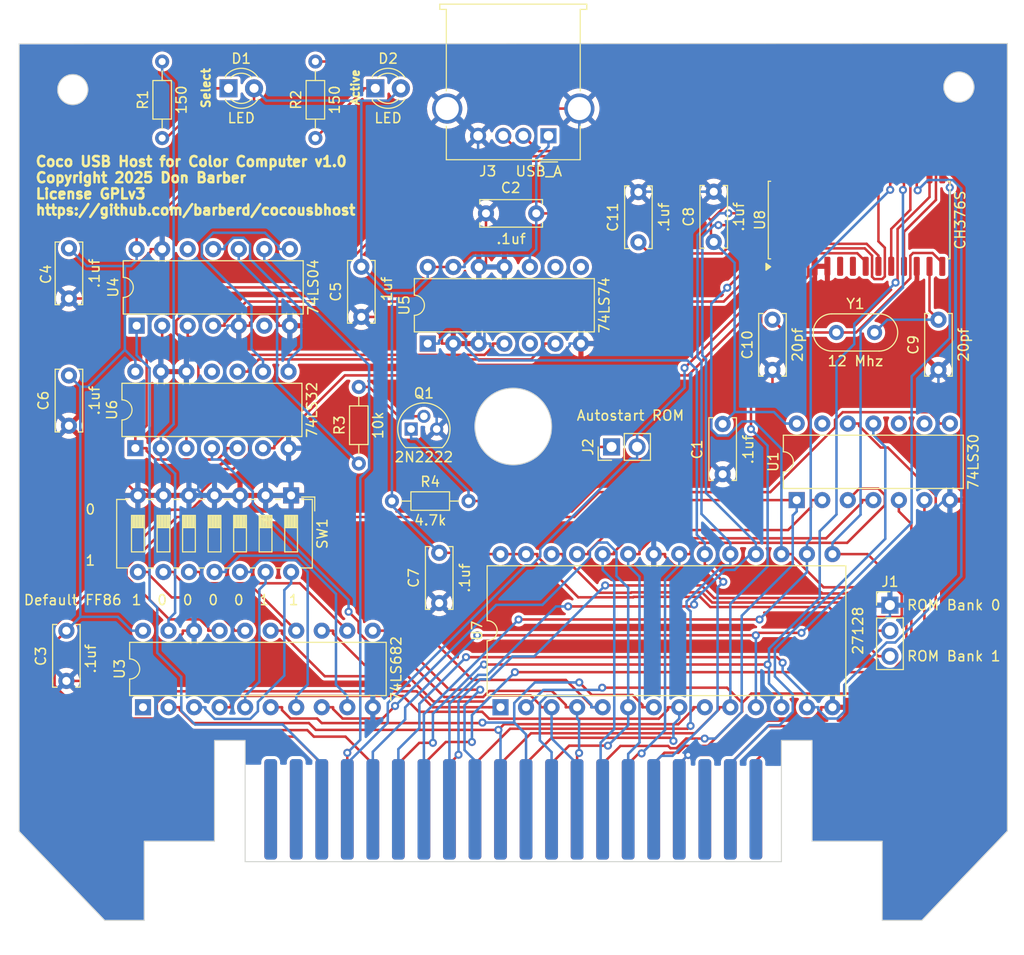
<source format=kicad_pcb>
(kicad_pcb (version 20240108) (generator "pcbnew") (generator_version "8.0")
  (layers (0 "F.Cu" signal) (31 "B.Cu" signal) (34 "B.Paste" user) (35 "F.Paste" user) (36 "B.SilkS" user "B.Silkscreen") (37 "F.SilkS" user "F.Silkscreen") (38 "B.Mask" user) (39 "F.Mask" user) (44 "Edge.Cuts" user))
  (net 0 "")
  (net 1 "GND")
  (net 2 "+5V")
  (net 3 "/A14")
  (net 4 "/A15")
  (net 5 "/A8")
  (net 6 "/A12")
  (net 7 "/A10")
  (net 8 "/A9")
  (net 9 "Net-(J2-A)")
  (net 10 "/A11")
  (net 11 "/A13")
  (net 12 "Net-(J3-D+)")
  (net 13 "Net-(J3-D-)")
  (net 14 "/A5")
  (net 15 "/A1")
  (net 16 "Net-(U3-Q2)")
  (net 17 "Net-(U3-Q4)")
  (net 18 "/A6")
  (net 19 "Net-(U3-Q5)")
  (net 20 "/A7")
  (net 21 "/A2")
  (net 22 "/BOARD_SELECT*")
  (net 23 "Net-(U3-Q0)")
  (net 24 "Net-(U3-Q1)")
  (net 25 "/A4")
  (net 26 "/A3")
  (net 27 "/RESET*")
  (net 28 "Net-(D1-K)")
  (net 29 "Net-(U3-Q3)")
  (net 30 "Net-(Q1-B)")
  (net 31 "Net-(U3-Q6)")
  (net 32 "Net-(U3-P7)")
  (net 33 "/E")
  (net 34 "/RESET")
  (net 35 "/A0")
  (net 36 "/D1")
  (net 37 "/D0")
  (net 38 "/D3")
  (net 39 "/D4")
  (net 40 "/D6")
  (net 41 "/D2")
  (net 42 "/D7")
  (net 43 "/D5")
  (net 44 "/CTS*")
  (net 45 "/Q")
  (net 46 "Net-(D2-K)")
  (net 47 "Net-(U8-WR#)")
  (net 49 "/R{slash}W*")
  (net 50 "Net-(U8-PCS#)")
  (net 60 "/INT#")
  (net 63 "Net-(U4-Pad11)")
  (net 65 "Net-(U8-XI)")
  (net 66 "Net-(U8-XO)")
  (net 67 "Net-(J1-Pin_2)")
  (net 69 "Net-(U4-Pad8)")
  (net 70 "Net-(U8-V3)")
  (net 72 "Net-(U8-ACT#)")
  (net 73 "Net-(U4-Pad2)")
  (net 75 "Net-(U5A-~{Q})")
  (net 78 "Net-(R3-Pad1)")
  (footprint "Capacitor_THT:C_Disc_D6.0mm_W2.5mm_P5.00mm" (layer "F.Cu") (at 100.457 52.675 -90)
    (property "Reference" "C5")
    (property "Value" ".1uf")
  )
  (footprint "Package_DIP:DIP-28_W15.24mm" (layer "F.Cu") (at 114.3 96.52 90)
    (property "Reference" "U7")
    (property "Value" "27128")
  )
  (footprint "Package_DIP:DIP-14_W7.62mm" (layer "F.Cu") (at 77.978 70.739 90)
    (property "Reference" "U6")
    (property "Value" "74LS32")
  )
  (footprint "Crystal:Crystal_HC52-8mm_Vertical" (layer "F.Cu") (at 147.706 59.222)
    (property "Reference" "Y1")
    (property "Value" "12 Mhz")
  )
  (footprint "CoCo:Coco_Cart" (layer "F.Cu") (at 88.9 112.014)
    (property "Reference" "U2" (hide yes))
    (property "Value" "Coco_Cart_Connector")
  )
  (footprint "Capacitor_THT:C_Disc_D6.0mm_W2.5mm_P5.00mm" (layer "F.Cu") (at 71.12 88.9 -90)
    (property "Reference" "C3")
    (property "Value" ".1uf")
  )
  (footprint "Resistor_THT:R_Axial_DIN0204_L3.6mm_D1.6mm_P7.62mm_Horizontal" (layer "F.Cu") (at 103.5 76)
    (property "Reference" "R4")
    (property "Value" "4.7k")
  )
  (footprint "Connector_PinHeader_2.54mm:PinHeader_1x03_P2.54mm_Vertical" (layer "F.Cu") (at 153.035 86.36)
    (property "Reference" "J1")
    (property "Value" "Conn_01x03_Male")
  )
  (footprint "Package_DIP:DIP-20_W7.62mm" (layer "F.Cu") (at 78.74 96.52 90)
    (property "Reference" "U3")
    (property "Value" "74LS682")
  )
  (footprint "Package_DIP:DIP-14_W7.62mm" (layer "F.Cu") (at 78.105 58.547 90)
    (property "Reference" "U4")
    (property "Value" "74LS04")
  )
  (footprint "LED_THT:LED_D3.0mm" (layer "F.Cu") (at 87.244 34.925)
    (property "Reference" "D1")
    (property "Value" "LED")
  )
  (footprint "Capacitor_THT:C_Disc_D6.0mm_W2.5mm_P5.00mm" (layer "F.Cu") (at 135.509 50.212 90)
    (property "Reference" "C8")
    (property "Value" ".1uf")
  )
  (footprint "Capacitor_THT:C_Disc_D6.0mm_W2.5mm_P5.00mm" (layer "F.Cu") (at 141.351 62.952 90)
    (property "Reference" "C10")
    (property "Value" "20pf")
  )
  (footprint "LED_THT:LED_D3.0mm" (layer "F.Cu") (at 101.849 34.925)
    (property "Reference" "D2")
    (property "Value" "LED")
  )
  (footprint "Connector_USB:USB_A_Molex_67643_Horizontal" (layer "F.Cu") (at 119.07 39.65 180)
    (property "Reference" "J3")
    (property "Value" "USB_A")
  )
  (footprint "Capacitor_THT:C_Disc_D6.0mm_W2.5mm_P5.00mm" (layer "F.Cu") (at 71.374 50.84 -90)
    (property "Reference" "C4")
    (property "Value" ".1uf")
  )
  (footprint "CoCo:SOP-28" (layer "F.Cu") (at 146.812 48.034 90)
    (property "Reference" "U8")
    (property "Value" "CH376S")
  )
  (footprint "Capacitor_THT:C_Disc_D6.0mm_W2.5mm_P5.00mm" (layer "F.Cu") (at 117.856 47.371 180)
    (property "Reference" "C2")
    (property "Value" ".1uf")
  )
  (footprint "Package_TO_SOT_THT:TO-92" (layer "F.Cu") (at 105.41 68.834)
    (property "Reference" "Q1")
    (property "Value" "2N2222")
  )
  (footprint "Capacitor_THT:C_Disc_D6.0mm_W2.5mm_P5.00mm" (layer "F.Cu") (at 71.374 63.5 -90)
    (property "Reference" "C6")
    (property "Value" ".1uf")
  )
  (footprint "Resistor_THT:R_Axial_DIN0204_L3.6mm_D1.6mm_P7.62mm_Horizontal" (layer "F.Cu") (at 100.203 72.263 90)
    (property "Reference" "R3")
    (property "Value" "10k")
  )
  (footprint "Button_Switch_THT:SW_DIP_SPSTx07_Slide_6.7x19.34mm_W7.62mm_P2.54mm_LowProfile" (layer "F.Cu") (at 93.472 75.438 -90)
    (property "Reference" "SW1")
    (property "Value" "SW_DIP_x07")
  )
  (footprint "Connector_PinHeader_2.54mm:PinHeader_1x02_P2.54mm_Vertical" (layer "F.Cu") (at 125.344 70.612 90)
    (property "Reference" "J2")
    (property "Value" "Jumper_2_Bridged")
  )
  (footprint "Capacitor_THT:C_Disc_D6.0mm_W2.5mm_P5.00mm" (layer "F.Cu") (at 157.861 62.952 90)
    (property "Reference" "C9")
    (property "Value" "20pf")
  )
  (footprint "Capacitor_THT:C_Disc_D6.0mm_W2.5mm_P5.00mm" (layer "F.Cu") (at 136.398 68.326 -90)
    (property "Reference" "C1")
    (property "Value" ".1uf")
  )
  (footprint "Resistor_THT:R_Axial_DIN0204_L3.6mm_D1.6mm_P7.62mm_Horizontal" (layer "F.Cu") (at 95.885 39.878 90)
    (property "Reference" "R2")
    (property "Value" "150")
  )
  (footprint "Capacitor_THT:C_Disc_D6.0mm_W2.5mm_P5.00mm" (layer "F.Cu") (at 108.204 81.153 -90)
    (property "Reference" "C7")
    (property "Value" ".1uf")
  )
  (footprint "Resistor_THT:R_Axial_DIN0204_L3.6mm_D1.6mm_P7.62mm_Horizontal" (layer "F.Cu") (at 80.645 39.878 90)
    (property "Reference" "R1")
    (property "Value" "150")
  )
  (footprint "Package_DIP:DIP-14_W7.62mm" (layer "F.Cu") (at 107.061 60.325 90)
    (property "Reference" "U5")
    (property "Value" "74LS74")
  )
  (footprint "Capacitor_THT:C_Disc_D6.0mm_W2.5mm_P5.00mm" (layer "F.Cu") (at 128.016 45.252 -90)
    (property "Reference" "C11")
    (property "Value" ".1uf")
  )
  (footprint "Package_DIP:DIP-14_W7.62mm" (layer "F.Cu") (at 143.764 75.906 90)
    (property "Reference" "U1")
    (property "Value" "74LS30")
  )
  (gr_circle (center 71.755 35.052) (end 73.255 35.052) (stroke (width 0.1)) (fill none) (layer "Edge.Cuts"))
  (gr_line (start 142.24 99.822) (end 142.24 111.887) (stroke (width 0.1)) (layer "Edge.Cuts"))
  (gr_line (start 78.867 109.855) (end 85.852 109.855) (stroke (width 0.1)) (layer "Edge.Cuts"))
  (gr_line (start 88.9 111.887) (end 142.24 111.887) (stroke (width 0.1)) (layer "Edge.Cuts"))
  (gr_line (start 145.288 109.855) (end 152.273 109.855) (stroke (width 0.1)) (layer "Edge.Cuts"))
  (gr_line (start 85.852 109.855) (end 85.852 99.822) (stroke (width 0.1)) (layer "Edge.Cuts"))
  (gr_line (start 152.273 117.729) (end 156.21 117.729) (stroke (width 0.1)) (layer "Edge.Cuts"))
  (gr_line (start 78.867 109.855) (end 78.867 117.729) (stroke (width 0.1)) (layer "Edge.Cuts"))
  (gr_line (start 156.21 117.729) (end 164.719 108.839) (stroke (width 0.1)) (layer "Edge.Cuts"))
  (gr_line (start 164.719 30.461) (end 164.719 108.839) (stroke (width 0.1)) (layer "Edge.Cuts"))
  (gr_line (start 74.93 117.729) (end 78.867 117.729) (stroke (width 0.1)) (layer "Edge.Cuts"))
  (gr_line (start 66.421 108.877) (end 66.421 30.499) (stroke (width 0.1)) (layer "Edge.Cuts"))
  (gr_circle (center 115.57 68.58) (end 119.38 68.58) (stroke (width 0.1)) (fill none) (layer "Edge.Cuts"))
  (gr_line (start 66.421 108.877) (end 74.93 117.729) (stroke (width 0.1)) (layer "Edge.Cuts"))
  (gr_line (start 85.852 99.822) (end 88.9 99.822) (stroke (width 0.1)) (layer "Edge.Cuts"))
  (gr_circle (center 159.893 34.798) (end 161.393 34.798) (stroke (width 0.1)) (fill none) (layer "Edge.Cuts"))
  (gr_line (start 152.273 109.855) (end 152.273 117.729) (stroke (width 0.1)) (layer "Edge.Cuts"))
  (gr_line (start 66.421 30.499) (end 164.719 30.461) (stroke (width 0.1)) (layer "Edge.Cuts"))
  (gr_line (start 145.288 109.855) (end 145.288 99.822) (stroke (width 0.1)) (layer "Edge.Cuts"))
  (gr_line (start 88.9 99.822) (end 88.9 111.887) (stroke (width 0.1)) (layer "Edge.Cuts"))
  (gr_line (start 142.24 99.822) (end 145.288 99.822) (stroke (width 0.1)) (layer "Edge.Cuts"))
  (gr_text "Autostart ROM" (at 121.793 68.072 0) (layer "F.SilkS") (effects (font (size 1 1)) (justify left bottom)))
  (gr_text "1" (at 73.5 81.915 0) (layer "F.SilkS") (effects (font (size 1 1))))
  (gr_text "Active" (at 100.325 36.703 90) (layer "F.SilkS") (effects (font (size 0.8 0.8) (thickness 0.2) (bold yes)) (justify left bottom)))
  (gr_text "1" (at 93.726 85.852 0) (layer "F.SilkS") (effects (font (size 1 1))))
  (gr_text "1" (at 90.805 85.852 0) (layer "F.SilkS") (effects (font (size 1 1))))
  (gr_text "ROM Bank 0" (at 159.385 86.36 0) (layer "F.SilkS") (effects (font (size 1 1))))
  (gr_text "1\n" (at 78.105 85.852 0) (layer "F.SilkS") (effects (font (size 1 1))))
  (gr_text "ROM Bank 1" (at 159.385 91.44 0) (layer "F.SilkS") (effects (font (size 1 1))))
  (gr_text "0" (at 83.185 85.852 0) (layer "F.SilkS") (effects (font (size 1 1))))
  (gr_text "Default FF86" (at 71.755 85.852 0) (layer "F.SilkS") (effects (font (size 1 1))))
  (gr_text "0" (at 88.265 85.852 0) (layer "F.SilkS") (effects (font (size 1 1))))
  (gr_text "0" (at 80.645 85.852 0) (layer "F.SilkS") (effects (font (size 1 1))))
  (gr_text "Select" (at 85.5 37 90) (layer "F.SilkS") (effects (font (size 0.85 0.85) (thickness 0.2) (bold yes)) (justify left bottom)))
  (gr_text "0" (at 73.5 76.835 0) (layer "F.SilkS") (effects (font (size 1 1))))
  (gr_text "Coco USB Host for Color Computer v1.0\nCopyright 2025 Don Barber\nLicense GPLv3\nhttps://github.com/barberd/cocousbhost" (at 67.945 47.625 0) (layer "F.SilkS") (effects (font (size 1 1) (thickness 0.25) (bold yes)) (justify left bottom)))
  (gr_text "0" (at 85.725 85.852 0) (layer "F.SilkS") (effects (font (size 1 1))))
  (segment (start 74.84 55.84) (end 79.5199 51.1601) (width 0.25) (layer "F.Cu") (net 1))
  (segment (start 88.265 58.547) (end 89.3901 58.547) (width 0.25) (layer "F.Cu") (net 1))
  (segment (start 83.82 88.9) (end 82.6949 88.9) (width 0.25) (layer "F.Cu") (net 1))
  (segment (start 80.772 75.438) (end 83.312 75.438) (width 0.25) (layer "F.Cu") (net 1))
  (segment (start 77.9762 93.9) (end 71.12 93.9) (width 0.25) (layer "F.Cu") (net 1))
  (segment (start 155.702 60.793) (end 157.861 62.952) (width 0.25) (layer "F.Cu") (net 1))
  (segment (start 114.78 36.94) (end 122.14 36.94) (width 0.25) (layer "F.Cu") (net 1))
  (segment (start 146.1949 96.52) (end 146.1949 96.8014) (width 0.25) (layer "F.Cu") (net 1))
  (segment (start 142.7061 60.793) (end 142.6378 60.8613) (width 0.25) (layer "F.Cu") (net 1))
  (segment (start 140.2257 57.4382) (end 141.2138 56.4501) (width 0.25) (layer "F.Cu") (net 1))
  (segment (start 77.7494 74.8754) (end 71.374 68.5) (width 0.25) (layer "F.Cu") (net 1))
  (segment (start 147.32 96.52) (end 146.1949 96.52) (width 0.25) (layer "F.Cu") (net 1))
  (segment (start 99.585 58.547) (end 100.457 57.675) (width 0.25) (layer "F.Cu") (net 1))
  (segment (start 142.6378 61.6652) (end 141.351 62.952) (width 0.25) (layer "F.Cu") (net 1))
  (segment (start 136.0487 85.1988) (end 133.7613 82.9114) (width 0.25) (layer "F.Cu") (net 1))
  (segment (start 79.0843 74.8754) (end 78.232 74.8754) (width 0.25) (layer "F.Cu") (net 1))
  (segment (start 71.374 55.84) (end 74.84 55.84) (width 0.25) (layer "F.Cu") (net 1))
  (segment (start 132.08 106.68) (end 132.08 102.1533) (width 0.25) (layer "F.Cu") (net 1))
  (segment (start 142.7956 56.4501) (end 145.542 53.7037) (width 0.25) (layer "F.Cu") (net 1))
  (segment (start 129.54 81.28) (end 130.6651 81.28) (width 0.25) (layer "F.Cu") (net 1))
  (segment (start 78.232 74.8754) (end 77.7494 74.8754) (width 0.25) (layer "F.Cu") (net 1))
  (segment (start 145.542 53.7037) (end 145.542 52.634) (width 0.25) (layer "F.Cu") (net 1))
  (segment (start 80.772 75.438) (end 79.6469 75.438) (width 0.25) (layer "F.Cu") (net 1))
  (segment (start 106.5291 57.675) (end 100.457 57.675) (width 0.25) (layer "F.Cu") (net 1))
  (segment (start 79.5199 51.1601) (end 79.5199 50.927) (width 0.25) (layer "F.Cu") (net 1))
  (segment (start 112.856 52.705) (end 114.681 52.705) (width 0.25) (layer "F.Cu") (net 1))
  (segment (start 90.276 57.3798) (end 91.2858 57.3798) (width 0.25) (layer "F.Cu") (net 1))
  (segment (start 82.6949 89.1813) (end 77.9762 93.9) (width 0.25) (layer "F.Cu") (net 1))
  (segment (start 155.702 52.644) (end 155.702 60.793) (width 0.25) (layer "F.Cu") (net 1))
  (segment (start 80.518 63.119) (end 83.058 63.119) (width 0.25) (layer "F.Cu") (net 1))
  (segment (start 151.8599 86.36) (end 150.6987 85.1988) (width 0.25) (layer "F.Cu") (net 1))
  (segment (start 145.3512 97.6451) (end 140.1469 97.6451) (width 0.25) (layer "F.Cu") (net 1))
  (segment (start 145.542 52.634) (end 146.812 52.634) (width 0.25) (layer "F.Cu") (net 1))
  (segment (start 150.6987 85.1988) (end 136.0487 85.1988) (width 0.25) (layer "F.Cu") (net 1))
  (segment (start 142.6378 60.8613) (end 140.2257 58.4492) (width 0.25) (layer "F.Cu") (net 1))
  (segment (start 155.702 60.793) (end 142.7061 60.793) (width 0.25) (layer "F.Cu") (net 1))
  (segment (start 108.4759 59.6218) (end 106.5291 57.675) (width 0.25) (layer "F.Cu") (net 1))
  (segment (start 89.3901 58.2657) (end 90.276 57.3798) (width 0.25) (layer "F.Cu") (net 1))
  (segment (start 89.3901 58.547) (end 89.3901 58.2657) (width 0.25) (layer "F.Cu") (net 1))
  (segment (start 90.932 75.438) (end 93.472 75.438) (width 0.25) (layer "F.Cu") (net 1))
  (segment (start 141.351 68.373) (end 136.398 73.326) (width 0.25) (layer "F.Cu") (net 1))
  (segment (start 132.0633 82.9114) (end 130.6651 81.5132) (width 0.25) (layer "F.Cu") (net 1))
  (segment (start 85.852 75.438) (end 88.392 75.438) (width 0.25) (layer "F.Cu") (net 1))
  (segment (start 82.6949 88.9) (end 82.6949 89.1813) (width 0.25) (layer "F.Cu") (net 1))
  (segment (start 91.2858 57.3798) (end 92.2199 58.3139) (width 0.25) (layer "F.Cu") (net 1))
  (segment (start 93.345 58.547) (end 92.2199 58.547) (width 0.25) (layer "F.Cu") (net 1))
  (segment (start 79.6469 75.438) (end 79.0843 74.8754) (width 0.25) (layer "F.Cu") (net 1))
  (segment (start 136.5235 101.2685) (end 132.9648 101.2685) (width 0.25) (layer "F.Cu") (net 1))
  (segment (start 141.2138 56.4501) (end 142.7956 56.4501) (width 0.25) (layer "F.Cu") (net 1))
  (segment (start 80.645 50.927) (end 79.5199 50.927) (width 0.25) (layer "F.Cu") (net 1))
  (segment (start 140.1469 97.6451) (end 136.5235 101.2685) (width 0.25) (layer "F.Cu") (net 1))
  (segment (start 153.035 86.36) (end 151.8599 86.36) (width 0.25) (layer "F.Cu") (net 1))
  (segment (start 112.07 39.65) (end 114.78 36.94) (width 0.25) (layer "F.Cu") (net 1))
  (segment (start 92.2199 58.3139) (end 92.2199 58.547) (width 0.25) (layer "F.Cu") (net 1))
  (segment (start 133.7613 82.9114) (end 132.0633 82.9114) (width 0.25) (layer "F.Cu") (net 1))
  (segment (start 109.601 60.325) (end 112.141 60.325) (width 0.25) (layer "F.Cu") (net 1))
  (segment (start 78.232 75.438) (end 78.232 74.8754) (width 0.25) (layer "F.Cu") (net 1))
  (segment (start 141.351 62.952) (end 141.351 68.373) (width 0.25) (layer "F.Cu") (net 1))
  (segment (start 142.6378 60.8613) (end 142.6378 61.6652) (width 0.25) (layer "F.Cu") (net 1))
  (segment (start 112.856 52.705) (end 112.856 47.371) (width 0.25) (layer "F.Cu") (net 1))
  (segment (start 140.2257 58.4492) (end 140.2257 57.4382) (width 0.25) (layer "F.Cu") (net 1))
  (segment (start 108.4759 60.325) (end 108.4759 59.6218) (width 0.25) (layer "F.Cu") (net 1))
  (segment (start 132.08 102.1533) (end 132.9648 101.2685) (width 0.25) (layer "F.Cu") (net 1))
  (segment (start 112.141 52.705) (end 112.856 52.705) (width 0.25) (layer "F.Cu") (net 1))
  (segment (start 109.601 60.325) (end 108.4759 60.325) (width 0.25) (layer "F.Cu") (net 1))
  (segment (start 146.1949 96.8014) (end 145.3512 97.6451) (width 0.25) (layer "F.Cu") (net 1))
  (segment (start 130.6651 81.5132) (end 130.6651 81.28) (width 0.25) (layer "F.Cu") (net 1))
  (segment (start 93.345 58.547) (end 99.585 58.547) (width 0.25) (layer "F.Cu") (net 1))
  (segment (start 88.392 75.438) (end 90.932 75.438) (width 0.25) (layer "F.Cu") (net 1))
  (via (at 132.9648 101.2685) (size 0.8) (drill 0.4) (layers "F.Cu" "B.Cu") (net 1))
  (segment (start 112.141 52.705) (end 112.141 53.8301) (width 0.25) (layer "B.Cu") (net 1))
  (segment (start 79.4717 53.2254) (end 80.645 52.0521) (width 0.25) (layer "B.Cu") (net 1))
  (segment (start 132.08 106.68) (end 132.08 102.1533) (width 0.25) (layer "B.Cu") (net 1))
  (segment (start 109.601 61.4501) (end 107.95 63.1011) (width 0.25) (layer "B.Cu") (net 1))
  (segment (start 128.016 45.212) (end 135.509 45.212) (width 0.25) (layer "B.Cu") (net 1))
  (segment (start 83.312 74.8754) (end 84.1643 74.8754) (width 0.25) (layer "B.Cu") (net 1))
  (segment (start 83.82 87.7749) (end 84.582 87.0129) (width 0.25) (layer "B.Cu") (net 1))
  (segment (start 147.32 96.52) (end 147.32 95.3949) (width 0.25) (layer "B.Cu") (net 1))
  (segment (start 122.301 60.325) (end 121.1759 60.325) (width 0.25) (layer "B.Cu") (net 1))
  (segment (start 85.852 75.438) (end 85.852 76.5631) (width 0.25) (layer "B.Cu") (net 1))
  (segment (start 113.2661 60.325) (end 113.2661 60.6063) (width 0.25) (layer "B.Cu") (net 1))
  (segment (start 87.1399 58.792) (end 83.938 61.9939) (width 0.25) (layer "B.Cu") (net 1))
  (segment (start 138.523 47.8923) (end 135.8427 45.212) (width 0.25) (layer "B.Cu") (net 1))
  (segment (start 120.2641 61.4699) (end 121.1759 60.5581) (width 0.25) (layer "B.Cu") (net 1))
  (segment (start 84.582 87.0129) (end 84.582 77.8331) (width 0.25) (layer "B.Cu") (net 1))
  (segment (start 159.004 75.906) (end 159.004 75.3434) (width 0.25) (layer "B.Cu") (net 1))
  (segment (start 152.7187 87.5351) (end 147.32 92.9338) (width 0.25) (layer "B.Cu") (net 1))
  (segment (start 84.2461 65.4322) (end 83.058 64.2441) (width 0.25) (layer "B.Cu") (net 1))
  (segment (start 128.016 45.212) (end 128.016 45.252) (width 0.25) (layer "B.Cu") (net 1))
  (segment (start 84.1643 74.8754) (end 84.2461 74.7936) (width 0.25) (layer "B.Cu") (net 1))
  (segment (start 88.265 58.547) (end 87.1399 58.547) (width 0.25) (layer "B.Cu") (net 1))
  (segment (start 109 36.94) (end 109.36 36.94) (width 0.25) (layer "B.Cu") (net 1))
  (segment (start 121.1759 60.5581) (end 121.1759 60.325) (width 0.25) (layer "B.Cu") (net 1))
  (segment (start 114.1297 61.4699) (end 120.2641 61.4699) (width 0.25) (layer "B.Cu") (net 1))
  (segment (start 138.523 60.124) (end 138.523 47.8923) (width 0.25) (layer "B.Cu") (net 1))
  (segment (start 80.645 50.927) (end 80.645 52.0521) (width 0.25) (layer "B.Cu") (net 1))
  (segment (start 113.2661 60.6063) (end 114.1297 61.4699) (width 0.25) (layer "B.Cu") (net 1))
  (segment (start 112.7036 54.3927) (end 112.141 53.8301) (width 0.25) (layer "B.Cu") (net 1))
  (segment (start 93.472 75.438) (end 93.472 74.3129) (width 0.25) (layer "B.Cu") (net 1))
  (segment (start 83.058 63.119) (end 83.058 64.2441) (width 0.25) (layer "B.Cu") (net 1))
  (segment (start 83.312 75.438) (end 83.312 74.8754) (width 0.25) (layer "B.Cu") (net 1))
  (segment (start 135.8427 45.212) (end 135.509 45.212) (width 0.25) (layer "B.Cu") (net 1))
  (segment (start 84.2461 74.7936) (end 84.2461 65.4322) (width 0.25) (layer "B.Cu") (net 1))
  (segment (start 153.035 86.36) (end 153.035 81.3124) (width 0.25) (layer "B.Cu") (net 1))
  (segment (start 109.36 36.94) (end 112.07 39.65) (width 0.25) (layer "B.Cu") (net 1))
  (segment (start 132.08 102.1533) (end 132.9648 101.2685) (width 0.25) (layer "B.Cu") (net 1))
  (segment (start 153.035 86.36) (end 153.035 87.5351) (width 0.25) (layer "B.Cu") (net 1))
  (segment (start 80.518 61.9939) (end 79.4717 60.9476) (width 0.25) (layer "B.Cu") (net 1))
  (segment (start 83.82 88.9) (end 83.82 87.7749) (width 0.25) (layer "B.Cu") (net 1))
  (segment (start 83.938 61.9939) (end 83.058 61.9939) (width 0.25) (layer "B.Cu") (net 1))
  (segment (start 79.4717 60.9476) (end 79.4717 53.2254) (width 0.25) (layer "B.Cu") (net 1))
  (segment (start 93.218 74.0589) (end 93.218 70.739) (width 0.25) (layer "B.Cu") (net 1))
  (segment (start 93.472 74.3129) (end 93.218 74.0589) (width 0.25) (layer "B.Cu") (net 1))
  (segment (start 157.861 73.6379) (end 159.004 74.7809) (width 0.25) (layer "B.Cu") (net 1))
  (segment (start 112.7036 60.325) (end 113.2661 60.325) (width 0.25) (layer "B.Cu") (net 1))
  (segment (start 153.035 81.3124) (end 159.004 75.3434) (width 0.25) (layer "B.Cu") (net 1))
  (segment (start 107.95 68.834) (end 112.1451 73.0291) (width 0.25) (layer "B.Cu") (net 1))
  (segment (start 112.07 39.65) (end 112.07 46.585) (width 0.25) (layer "B.Cu") (net 1))
  (segment (start 107.95 63.1011) (end 107.95 68.834) (width 0.25) (layer "B.Cu") (net 1))
  (segment (start 84.582 77.8331) (end 85.852 76.5631) (width 0.25) (layer "B.Cu") (net 1))
  (segment (start 85.852 75.438) (end 84.7269 75.438) (width 0.25) (layer "B.Cu") (net 1))
  (segment (start 112.7036 60.325) (end 112.7036 54.3927) (width 0.25) (layer "B.Cu") (net 1))
  (segment (start 122.14 36.94) (end 122.14 39.336) (width 0.25) (layer "B.Cu") (net 1))
  (segment (start 141.351 62.952) (end 138.523 60.124) (width 0.25) (layer "B.Cu") (net 1))
  (segment (start 83.058 63.119) (end 83.058 61.9939) (width 0.25) (layer "B.Cu") (net 1))
  (segment (start 112.141 60.325) (end 112.7036 60.325) (width 0.25) (layer "B.Cu") (net 1))
  (segment (start 157.861 62.952) (end 157.861 73.6379) (width 0.25) (layer "B.Cu") (net 1))
  (segment (start 112.1451 73.0291) (end 112.1451 82.2119) (width 0.25) (layer "B.Cu") (net 1))
  (segment (start 109.601 60.325) (end 109.601 61.4501) (width 0.25) (layer "B.Cu") (net 1))
  (segment (start 147.32 92.9338) (end 147.32 95.3949) (width 0.25) (layer "B.Cu") (net 1))
  (segment (start 101.6 92.757) (end 101.6 96.52) (width 0.25) (layer "B.Cu") (net 1))
  (segment (start 84.1643 74.8754) (end 84.7269 75.438) (width 0.25) (layer "B.Cu") (net 1))
  (segment (start 108.204 86.153) (end 101.6 92.757) (width 0.25) (layer "B.Cu") (net 1))
  (segment (start 87.1399 58.547) (end 87.1399 58.792) (width 0.25) (layer "B.Cu") (net 1))
  (segment (start 112.1451 82.2119) (end 108.204 86.153) (width 0.25) (layer "B.Cu") (net 1))
  (segment (start 122.14 39.336) (end 128.016 45.212) (width 0.25) (layer "B.Cu") (net 1))
  (segment (start 80.518 63.119) (end 80.518 61.9939) (width 0.25) (layer "B.Cu") (net 1))
  (segment (start 153.035 87.5351) (end 152.7187 87.5351) (width 0.25) (layer "B.Cu") (net 1))
  (segment (start 159.004 75.3434) (end 159.004 74.7809) (width 0.25) (layer "B.Cu") (net 1))
  (segment (start 112.07 46.585) (end 112.856 47.371) (width 0.25) (layer "B.Cu") (net 1))
  (segment (start 71.12 88.9) (end 69.9476 90.0724) (width 0.25) (layer "F.Cu") (net 2))
  (segment (start 153.035 91.44) (end 151.8599 91.44) (width 0.25) (layer "F.Cu") (net 2))
  (segment (start 80.111 96.0847) (end 80.111 97.6478) (width 0.25) (layer "F.Cu") (net 2))
  (segment (start 114.3 96.52) (end 113.1749 96.52) (width 0.25) (layer "F.Cu") (net 2))
  (segment (start 139.8632 43.434) (end 135.2315 48.0657) (width 0.25) (layer "F.Cu") (net 2))
  (segment (start 134.5368 47.371) (end 135.2315 48.0657) (width 0.25) (layer "F.Cu") (net 2))
  (segment (start 135.2315 49.9345) (end 135.509 50.212) (width 0.25) (layer "F.Cu") (net 2))
  (segment (start 116.84 81.28) (end 114.3 81.28) (width 0.25) (layer "F.Cu") (net 2))
  (segment (start 98.8858 99.4456) (end 101.6 102.1598) (width 0.25) (layer "F.Cu") (net 2))
  (segment (start 127.5053 85.5772) (end 122.0291 85.5772) (width 0.25) (layer "F.Cu") (net 2))
  (segment (start 107.5524 96.52) (end 105.9628 94.9304) (width 0.25) (layer "F.Cu") (net 2))
  (segment (start 134.1563 85.5344) (end 127.5481 85.5344) (width 0.25) (layer "F.Cu") (net 2))
  (segment (start 81.2587 98.7955) (end 95.0836 98.7955) (width 0.25) (layer "F.Cu") (net 2))
  (segment (start 105.9628 94.9304) (end 81.2653 94.9304) (width 0.25) (layer "F.Cu") (net 2))
  (segment (start 108.204 81.153) (end 113.0479 81.153) (width 0.25) (layer "F.Cu") (net 2))
  (segment (start 116.84 81.28) (end 117.9651 81.28) (width 0.25) (layer "F.Cu") (net 2))
  (segment (start 135.2315 48.0657) (end 135.2315 49.9345) (width 0.25) (layer "F.Cu") (net 2))
  (segment (start 69.9476 94.3758) (end 73.2196 97.6478) (width 0.25) (layer "F.Cu") (net 2))
  (segment (start 114.3 81.28) (end 113.1749 81.28) (width 0.25) (layer "F.Cu") (net 2))
  (segment (start 127.5481 85.5344) (end 127.5053 85.5772) (width 0.25) (layer "F.Cu") (net 2))
  (segment (start 78.105 50.927) (end 78.105 49.8019) (width 0.25) (layer "F.Cu") (net 2))
  (segment (start 69.9476 90.0724) (end 69.9476 94.3758) (width 0.25) (layer "F.Cu") (net 2))
  (segment (start 122.0291 85.5772) (end 117.9651 81.5132) (width 0.25) (layer "F.Cu") (net 2))
  (segment (start 151.8599 91.44) (end 146.969 86.5491) (width 0.25) (layer "F.Cu") (net 2))
  (segment (start 109.601 52.705) (end 107.061 52.705) (width 0.25) (layer "F.Cu") (net 2))
  (segment (start 89.784 38.1229) (end 78.105 49.8019) (width 0.25) (layer "F.Cu") (net 2))
  (segment (start 117.9651 81.5132) (end 117.9651 81.28) (width 0.25) (layer "F.Cu") (net 2))
  (segment (start 81.2653 94.9304) (end 80.111 96.0847) (width 0.25) (layer "F.Cu") (net 2))
  (segment (start 89.784 34.925) (end 89.784 38.1229) (width 0.25) (layer "F.Cu") (net 2))
  (segment (start 80.111 97.6478) (end 81.2587 98.7955) (width 0.25) (layer "F.Cu") (net 2))
  (segment (start 113.1749 96.52) (end 107.5524 96.52) (width 0.25) (layer "F.Cu") (net 2))
  (segment (start 141.732 43.434) (end 139.8632 43.434) (width 0.25) (layer "F.Cu") (net 2))
  (segment (start 95.0836 98.7955) (end 95.7337 99.4456) (width 0.25) (layer "F.Cu") (net 2))
  (segment (start 101.6 102.1598) (end 101.6 106.68) (width 0.25) (layer "F.Cu") (net 2))
  (segment (start 146.969 86.5491) (end 135.171 86.5491) (width 0.25) (layer "F.Cu") (net 2))
  (segment (start 135.171 86.5491) (end 134.1563 85.5344) (width 0.25) (layer "F.Cu") (net 2))
  (segment (start 73.2196 97.6478) (end 80.111 97.6478) (width 0.25) (layer "F.Cu") (net 2))
  (segment (start 113.0479 81.153) (end 113.1749 81.28) (width 0.25) (layer "F.Cu") (net 2))
  (segment (start 117.856 47.371) (end 134.5368 47.371) (width 0.25) (layer "F.Cu") (net 2))
  (segment (start 95.7337 99.4456) (end 98.8858 99.4456) (width 0.25) (layer "F.Cu") (net 2))
  (segment (start 72.4995 87.5205) (end 71.12 88.9) (width 0.25) (layer "B.Cu") (net 2))
  (segment (start 117.221 51.5799) (end 111.618 51.5799) (width 0.25) (layer "B.Cu") (net 2))
  (segment (start 111.618 51.5799) (end 110.7261 52.4718) (width 0.25) (layer "B.Cu") (net 2))
  (segment (start 117.856 47.371) (end 117.856 41.9391) (width 0.25) (layer "B.Cu") (net 2))
  (segment (start 76.9352 60.9511) (end 77.978 61.9939) (width 0.25) (layer "B.Cu") (net 2))
  (segment (start 104.389 34.925) (end 103.1638 36.1502) (width 0.25) (layer "B.Cu") (net 2))
  (segment (start 137.5849 67.1391) (end 137.5849 52.2879) (width 0.25) (layer "B.Cu") (net 2))
  (segment (start 72.4995 64.6255) (end 71.374 63.5) (width 0.25) (layer "B.Cu") (net 2))
  (segment (start 103.0845 55.3025) (end 100.457 52.675) (width 0.25) (layer "B.Cu") (net 2))
  (segment (start 78.105 50.927) (end 78.105 52.0521) (width 0.25) (layer "B.Cu") (net 2))
  (segment (start 78.74 88.9) (end 77.6149 88.9) (width 0.25) (layer "B.Cu") (net 2))
  (segment (start 103.1638 36.1502) (end 100.457 36.1502) (width 0.25) (layer "B.Cu") (net 2))
  (segment (start 107.061 53.8301) (end 105.5886 55.3025) (width 0.25) (layer "B.Cu") (net 2))
  (segment (start 77.6149 88.9) (end 76.2354 87.5205) (width 0.25) (layer "B.Cu") (net 2))
  (segment (start 77.5425 52.6146) (end 76.9352 52.6146) (width 0.25) (layer "B.Cu") (net 2))
  (segment (start 142.6389 68.286) (end 141.492 67.1391) (width 0.25) (layer "B.Cu") (net 2))
  (segment (start 91.0092 36.1502) (end 89.784 34.925) (width 0.25) (layer "B.Cu") (net 2))
  (segment (start 77.978 63.119) (end 77.978 61.9939) (width 0.25) (layer "B.Cu") (net 2))
  (segment (start 72.4995 64.6255) (end 73.2608 64.6255) (width 0.25) (layer "B.Cu") (net 2))
  (segment (start 103.5 76) (end 103.5 76.449) (width 0.25) (layer "B.Cu") (net 2))
  (segment (start 119.07 39.65) (end 119.07 40.7251) (width 0.25) (layer "B.Cu") (net 2))
  (segment (start 103.5 76.449) (end 108.204 81.153) (width 0.25) (layer "B.Cu") (net 2))
  (segment (start 103.5 55.3025) (end 103.0845 55.3025) (width 0.25) (layer "B.Cu") (net 2))
  (segment (start 117.856 50.9449) (end 117.221 51.5799) (width 0.25) (layer "B.Cu") (net 2))
  (segment (start 109.601 52.705) (end 110.7261 52.705) (width 0.25) (layer "B.Cu") (net 2))
  (segment (start 76.2354 87.5205) (end 72.4995 87.5205) (width 0.25) (layer "B.Cu") (net 2))
  (segment (start 137.5849 67.1391) (end 136.398 68.326) (width 0.25) (layer "B.Cu") (net 2))
  (segment (start 141.492 67.1391) (end 137.5849 67.1391) (width 0.25) (layer "B.Cu") (net 2))
  (segment (start 107.061 52.705) (end 107.061 53.8301) (width 0.25) (layer "B.Cu") (net 2))
  (segment (start 78.105 52.0521) (end 77.5425 52.6146) (width 0.25) (layer "B.Cu") (net 2))
  (segment (start 117.856 47.371) (end 117.856 50.9449) (width 0.25) (layer "B.Cu") (net 2))
  (segment (start 73.1486 52.6146) (end 71.374 50.84) (width 0.25) (layer "B.Cu") (net 2))
  (segment (start 103.5 55.3025) (end 103.5 76) (width 0.25) (layer "B.Cu") (net 2))
  (segment (start 105.5886 55.3025) (end 103.5 55.3025) (width 0.25) (layer "B.Cu") (net 2))
  (segment (start 72.4995 87.5205) (end 72.4995 64.6255) (width 0.25) (layer "B.Cu") (net 2))
  (segment (start 117.856 41.9391) (end 119.07 40.7251) (width 0.25) (layer "B.Cu") (net 2))
  (segment (start 110.7261 52.4718) (end 110.7261 52.705) (width 0.25) (layer "B.Cu") (net 2))
  (segment (start 117.221 52.705) (end 117.221 51.5799) (width 0.25) (layer "B.Cu") (net 2))
  (segment (start 73.2608 64.6255) (end 76.9352 60.9511) (width 0.25) (layer "B.Cu") (net 2))
  (segment (start 76.9352 52.6146) (end 76.9352 60.9511) (width 0.25) (layer "B.Cu") (net 2))
  (segment (start 76.9352 52.6146) (end 73.1486 52.6146) (width 0.25) (layer "B.Cu") (net 2))
  (segment (start 143.764 68.286) (end 142.6389 68.286) (width 0.25) (layer "B.Cu") (net 2))
  (segment (start 100.457 36.1502) (end 91.0092 36.1502) (width 0.25) (layer "B.Cu") (net 2))
  (segment (start 100.457 36.1502) (end 100.457 52.675) (width 0.25) (layer "B.Cu") (net 2))
  (segment (start 137.5849 52.2879) (end 135.509 50.212) (width 0.25) (layer "B.Cu") (net 2))
  (segment (start 143.3704 96.9908) (end 142.0588 98.3024) (width 0.25) (layer "B.Cu") (net 3))
  (segment (start 141.5936 93.4535) (end 143.3704 95.2303) (width 0.25) (layer "B.Cu") (net 3))
  (segment (start 152.5746 70.6017) (end 152.5746 79.7568) (width 0.25) (layer "B.Cu") (net 3))
  (segment (start 143.3704 95.2303) (end 143.3704 96.9908) (width 0.25) (layer "B.Cu") (net 3))
  (segment (start 141.5936 90.7378) (end 141.5936 93.4535) (width 0.25) (layer "B.Cu") (net 3))
  (segment (start 152.5746 79.7568) (end 141.5936 90.7378) (width 0.25) (layer "B.Cu") (net 3))
  (segment (start 137.16 102.1575) (end 137.16 106.68) (width 0.25) (layer "B.Cu") (net 3))
  (segment (start 151.384 69.4111) (end 152.5746 70.6017) (width 0.25) (layer "B.Cu") (net 3))
  (segment (start 142.0588 98.3024) (end 141.0151 98.3024) (width 0.25) (layer "B.Cu") (net 3))
  (segment (start 151.384 68.286) (end 151.384 69.4111) (width 0.25) (layer "B.Cu") (net 3))
  (segment (start 141.0151 98.3024) (end 137.16 102.1575) (width 0.25) (layer "B.Cu") (net 3))
  (segment (start 148.5905 99.4869) (end 157.5895 90.4879) (width 0.25) (layer "F.Cu") (net 4))
  (segment (start 149.9691 68.5192) (end 149.9691 68.286) (width 0.25) (layer "F.Cu") (net 4))
  (segment (start 142.0641 99.4869) (end 148.5905 99.4869) (width 0.25) (layer "F.Cu") (net 4))
  (segment (start 139.7 106.68) (end 139.7 101.851) (width 0.25) (layer "F.Cu") (net 4))
  (segment (start 152.8305 70.6754) (end 152.1253 70.6754) (width 0.25) (layer "F.Cu") (net 4))
  (segment (start 157.5895 90.4879) (end 157.5895 75.4344) (width 0.25) (layer "F.Cu") (net 4))
  (segment (start 139.7 101.851) (end 142.0641 99.4869) (width 0.25) (layer "F.Cu") (net 4))
  (segment (start 157.5895 75.4344) (end 152.8305 70.6754) (width 0.25) (layer "F.Cu") (net 4))
  (segment (start 148.844 68.286) (end 149.9691 68.286) (width 0.25) (layer "F.Cu") (net 4))
  (segment (start 152.1253 70.6754) (end 149.9691 68.5192) (width 0.25) (layer "F.Cu") (net 4))
  (segment (start 121.92 81.28) (end 123.0451 81.28) (width 0.25) (layer "F.Cu") (net 5))
  (segment (start 130.9738 100.3693) (end 131.2002 100.5957) (width 0.25) (layer "F.Cu") (net 5))
  (segment (start 132.7603 99.6362) (end 134.6056 99.6362) (width 0.25) (layer "F.Cu") (net 5))
  (segment (start 123.0451 81.0468) (end 123.0451 81.28) (width 0.25) (layer "F.Cu") (net 5))
  (segment (start 124.46 102.1412) (end 126.2319 100.3693) (width 0.25) (layer "F.Cu") (net 5))
  (segment (start 124.46 106.68) (end 124.46 102.1412) (width 0.25) (layer "F.Cu") (net 5))
  (segment (start 143.764 75.906) (end 128.1859 75.906) (width 0.25) (layer "F.Cu") (net 5))
  (segment (start 134.6056 99.6362) (end 134.6056 99.6361) (width 0.25) (layer "F.Cu") (net 5))
  (segment (start 128.1859 75.906) (end 123.0451 81.0468) (width 0.25) (layer "F.Cu") (net 5))
  (segment (start 131.2002 100.5957) (end 131.8008 100.5957) (width 0.25) (layer "F.Cu") (net 5))
  (segment (start 131.8008 100.5957) (end 132.7603 99.6362) (width 0.25) (layer "F.Cu") (net 5))
  (segment (start 126.2319 100.3693) (end 130.9738 100.3693) (width 0.25) (layer "F.Cu") (net 5))
  (via (at 134.6056 99.6361) (size 0.8) (drill 0.4) (layers "F.Cu" "B.Cu") (net 5))
  (segment (start 135.6604 99.6361) (end 138.2916 97.0049) (width 0.25) (layer "B.Cu") (net 5))
  (segment (start 143.3652 77.4299) (end 143.764 77.0311) (width 0.25) (layer "B.Cu") (net 5))
  (segment (start 138.2916 87.4142) (end 143.3652 82.3406) (width 0.25) (layer "B.Cu") (net 5))
  (segment (start 138.2916 97.0049) (end 138.2916 87.4142) (width 0.25) (layer "B.Cu") (net 5))
  (segment (start 143.3652 82.3406) (end 143.3652 77.4299) (width 0.25) (layer "B.Cu") (net 5))
  (segment (start 143.764 75.906) (end 143.764 77.0311) (width 0.25) (layer "B.Cu") (net 5))
  (segment (start 134.6056 99.6361) (end 135.6604 99.6361) (width 0.25) (layer "B.Cu") (net 5))
  (segment (start 151.6191 95.1578) (end 155.1635 91.6134) (width 0.25) (layer "F.Cu") (net 6))
  (segment (start 155.1635 91.6134) (end 155.1635 78.2706) (width 0.25) (layer "F.Cu") (net 6))
  (segment (start 138.3326 96.0765) (end 139.2513 95.1578) (width 0.25) (layer "F.Cu") (net 6))
  (segment (start 129.54 102.1163) (end 130.6105 101.0458) (width 0.25) (layer "F.Cu") (net 6))
  (segment (start 136.829 94.5729) (end 124.4172 94.5729) (width 0.25) (layer "F.Cu") (net 6))
  (segment (start 134.9151 100.3703) (end 138.3326 96.9528) (width 0.25) (layer "F.Cu") (net 6))
  (segment (start 132.6628 100.3703) (end 134.9151 100.3703) (width 0.25) (layer "F.Cu") (net 6))
  (segment (start 129.54 106.68) (end 129.54 102.1163) (width 0.25) (layer "F.Cu") (net 6))
  (segment (start 138.3326 96.9528) (end 138.3326 96.0765) (width 0.25) (layer "F.Cu") (net 6))
  (segment (start 155.1635 78.2706) (end 153.924 77.0311) (width 0.25) (layer "F.Cu") (net 6))
  (segment (start 130.6105 101.0458) (end 131.9873 101.0458) (width 0.25) (layer "F.Cu") (net 6))
  (segment (start 131.9873 101.0458) (end 132.6628 100.3703) (width 0.25) (layer "F.Cu") (net 6))
  (segment (start 153.924 75.906) (end 153.924 77.0311) (width 0.25) (layer "F.Cu") (net 6))
  (segment (start 138.3326 96.0765) (end 136.829 94.5729) (width 0.25) (layer "F.Cu") (net 6))
  (segment (start 139.2513 95.1578) (end 151.6191 95.1578) (width 0.25) (layer "F.Cu") (net 6))
  (via (at 124.4172 94.5729) (size 0.8) (drill 0.4) (layers "F.Cu" "B.Cu") (net 6))
  (segment (start 118.5683 94.7917) (end 116.84 96.52) (width 0.25) (layer "B.Cu") (net 6))
  (segment (start 124.1984 94.7917) (end 118.5683 94.7917) (width 0.25) (layer "B.Cu") (net 6))
  (segment (start 124.4172 94.5729) (end 124.1984 94.7917) (width 0.25) (layer "B.Cu") (net 6))
  (segment (start 127 106.68) (end 127 102.1582) (width 0.25) (layer "F.Cu") (net 7))
  (segment (start 128.0459 101.1123) (end 128.3376 101.1123) (width 0.25) (layer "F.Cu") (net 7))
  (segment (start 152.5286 76.4075) (end 152.5286 75.3988) (width 0.25) (layer "F.Cu") (net 7))
  (segment (start 149.9954 74.7546) (end 148.844 75.906) (width 0.25) (layer "F.Cu") (net 7))
  (segment (start 148.7812 80.1549) (end 152.5286 76.4075) (width 0.25) (layer "F.Cu") (net 7))
  (segment (start 132.08 81.28) (end 133.2051 81.28) (width 0.25) (layer "F.Cu") (net 7))
  (segment (start 133.2051 81.28) (end 133.2051 80.9986) (width 0.25) (layer "F.Cu") (net 7))
  (segment (start 127 102.1582) (end 128.0459 101.1123) (width 0.25) (layer "F.Cu") (net 7))
  (segment (start 133.2051 80.9986) (end 134.0488 80.1549) (width 0.25) (layer "F.Cu") (net 7))
  (segment (start 134.0488 80.1549) (end 148.7812 80.1549) (width 0.25) (layer "F.Cu") (net 7))
  (segment (start 152.5286 75.3988) (end 151.8844 74.7546) (width 0.25) (layer "F.Cu") (net 7))
  (segment (start 151.8844 74.7546) (end 149.9954 74.7546) (width 0.25) (layer "F.Cu") (net 7))
  (via (at 128.3376 101.1123) (size 0.8) (drill 0.4) (layers "F.Cu" "B.Cu") (net 7))
  (segment (start 132.08 81.28) (end 132.08 82.4051) (width 0.25) (layer "B.Cu") (net 7))
  (segment (start 132.08 82.4051) (end 130.6652 83.8199) (width 0.25) (layer "B.Cu") (net 7))
  (segment (start 130.6652 83.8199) (end 130.6652 98.7847) (width 0.25) (layer "B.Cu") (net 7))
  (segment (start 130.6652 98.7847) (end 128.3376 101.1123) (width 0.25) (layer "B.Cu") (net 7))
  (segment (start 124.46 81.28) (end 125.5851 81.28) (width 0.25) (layer "F.Cu") (net 8))
  (segment (start 145.1789 76.6092) (end 142.9008 78.8873) (width 0.25) (layer "F.Cu") (net 8))
  (segment (start 146.304 75.906) (end 145.1789 75.906) (width 0.25) (layer "F.Cu") (net 8))
  (segment (start 142.9008 78.8873) (end 127.7847 78.8873) (width 0.25) (layer "F.Cu") (net 8))
  (segment (start 125.5851 81.0869) (end 125.5851 81.28) (width 0.25) (layer "F.Cu") (net 8))
  (segment (start 145.1789 75.906) (end 145.1789 76.6092) (width 0.25) (layer "F.Cu") (net 8))
  (segment (start 127.7847 78.8873) (end 125.5851 81.0869) (width 0.25) (layer "F.Cu") (net 8))
  (segment (start 125.6145 98.6872) (end 125.6145 84.0043) (width 0.25) (layer "B.Cu") (net 8))
  (segment (start 124.46 81.28) (end 124.46 82.4051) (width 0.25) (layer "B.Cu") (net 8))
  (segment (start 124.46 106.68) (end 124.2586 106.4786) (width 0.25) (layer "B.Cu") (net 8))
  (segment (start 124.2586 106.4786) (end 124.2586 100.0431) (width 0.25) (layer "B.Cu") (net 8))
  (segment (start 125.6145 84.0043) (end 124.46 82.8498) (width 0.25) (layer "B.Cu") (net 8))
  (segment (start 124.46 82.8498) (end 124.46 82.4051) (width 0.25) (layer "B.Cu") (net 8))
  (segment (start 124.2586 100.0431) (end 125.6145 98.6872) (width 0.25) (layer "B.Cu") (net 8))
  (segment (start 118.7809 76) (end 111.12 76) (width 0.25) (layer "F.Cu") (net 9))
  (segment (start 124.1689 70.612) (end 118.7809 76) (width 0.25) (layer "F.Cu") (net 9))
  (segment (start 125.344 70.612) (end 124.1689 70.612) (width 0.25) (layer "F.Cu") (net 9))
  (segment (start 111.12 76) (end 111.12 74.9749) (width 0.25) (layer "B.Cu") (net 9))
  (segment (start 105.41 68.834) (end 105.41 69.8091) (width 0.25) (layer "B.Cu") (net 9))
  (segment (start 105.9542 69.8091) (end 111.12 74.9749) (width 0.25) (layer "B.Cu") (net 9))
  (segment (start 105.41 69.8091) (end 105.9542 69.8091) (width 0.25) (layer "B.Cu") (net 9))
  (segment (start 146.6933 79.7047) (end 150.2589 76.1391) (width 0.25) (layer "F.Cu") (net 10))
  (segment (start 129.4191 79.7047) (end 146.6933 79.7047) (width 0.25) (layer "F.Cu") (net 10))
  (segment (start 150.2589 76.1391) (end 150.2589 75.906) (width 0.25) (layer "F.Cu") (net 10))
  (segment (start 127 81.28) (end 128.1251 81.28) (width 0.25) (layer "F.Cu") (net 10))
  (segment (start 128.1251 80.9987) (end 129.4191 79.7047) (width 0.25) (layer "F.Cu") (net 10))
  (segment (start 151.384 75.906) (end 150.2589 75.906) (width 0.25) (layer "F.Cu") (net 10))
  (segment (start 128.1251 81.28) (end 128.1251 80.9987) (width 0.25) (layer "F.Cu") (net 10))
  (segment (start 128.1251 83.5302) (end 128.1251 100.0391) (width 0.25) (layer "B.Cu") (net 10))
  (segment (start 128.1251 100.0391) (end 127 101.1642) (width 0.25) (layer "B.Cu") (net 10))
  (segment (start 127 101.1642) (end 127 106.68) (width 0.25) (layer "B.Cu") (net 10))
  (segment (start 127 81.28) (end 127 82.4051) (width 0.25) (layer "B.Cu") (net 10))
  (segment (start 127 82.4051) (end 128.1251 83.5302) (width 0.25) (layer "B.Cu") (net 10))
  (segment (start 156.464 77.0311) (end 156.464 90.9768) (width 0.25) (layer "F.Cu") (net 11))
  (segment (start 156.464 90.9768) (end 149.0341 98.4067) (width 0.25) (layer "F.Cu") (net 11))
  (segment (start 140.8968 98.4067) (end 137.16 102.1435) (width 0.25) (layer "F.Cu") (net 11))
  (segment (start 149.0341 98.4067) (end 140.8968 98.4067) (width 0.25) (layer "F.Cu") (net 11))
  (segment (start 137.16 102.1435) (end 137.16 106.68) (width 0.25) (layer "F.Cu") (net 11))
  (segment (start 156.464 75.906) (end 156.464 77.0311) (width 0.25) (layer "F.Cu") (net 11))
  (segment (start 148.9512 42.1397) (end 154.7765 42.1397) (width 0.25) (layer "F.Cu") (net 12))
  (segment (start 114.57 39.65) (end 116.6065 41.6865) (width 0.25) (layer "F.Cu") (net 12))
  (segment (start 154.7765 42.1397) (end 155.067 42.4302) (width 0.25) (layer "F.Cu") (net 12))
  (segment (start 153.162 48.9221) (end 153.162 52.634) (width 0.25) (layer "F.Cu") (net 12))
  (segment (start 144.214 41.6865) (end 144.907 42.3795) (width 0.25) (layer "F.Cu") (net 12))
  (segment (start 155.067 42.4302) (end 155.067 47.0171) (width 0.25) (layer "F.Cu") (net 12))
  (segment (start 116.6065 41.6865) (end 144.214 41.6865) (width 0.25) (layer "F.Cu") (net 12))
  (segment (start 144.907 42.3795) (end 144.907 44.4305) (width 0.25) (layer "F.Cu") (net 12))
  (segment (start 145.645 45.1685) (end 147.9858 45.1685) (width 0.25) (layer "F.Cu") (net 12))
  (segment (start 155.067 47.0171) (end 153.162 48.9221) (width 0.25) (layer "F.Cu") (net 12))
  (segment (start 147.9858 45.1685) (end 148.7248 44.4295) (width 0.25) (layer "F.Cu") (net 12))
  (segment (start 148.7248 42.3661) (end 148.9512 42.1397) (width 0.25) (layer "F.Cu") (net 12))
  (segment (start 144.907 44.4305) (end 145.645 45.1685) (width 0.25) (layer "F.Cu") (net 12))
  (segment (start 148.7248 44.4295) (end 148.7248 42.3661) (width 0.25) (layer "F.Cu") (net 12))
  (segment (start 157.6122 42.441) (end 156.8608 41.6896) (width 0.25) (layer "F.Cu") (net 13))
  (segment (start 154.432 52.644) (end 154.432 49.2093) (width 0.25) (layer "F.Cu") (net 13))
  (segment (start 157.6122 46.0291) (end 157.6122 42.441) (width 0.25) (layer "F.Cu") (net 13))
  (segment (start 148.1756 41.6896) (end 147.447 42.4182) (width 0.25) (layer "F.Cu") (net 13))
  (segment (start 118.0938 41.1738) (end 116.57 39.65) (width 0.25) (layer "F.Cu") (net 13))
  (segment (start 154.432 49.2093) (end 157.6122 46.0291) (width 0.25) (layer "F.Cu") (net 13))
  (segment (start 146.4461 44.7098) (end 146.1677 44.4314) (width 0.25) (layer "F.Cu") (net 13))
  (segment (start 147.447 44.4234) (end 147.1606 44.7098) (width 0.25) (layer "F.Cu") (net 13))
  (segment (start 146.1677 44.4314) (end 146.1677 42.437) (width 0.25) (layer "F.Cu") (net 13))
  (segment (start 147.447 42.4182) (end 147.447 44.4234) (width 0.25) (layer "F.Cu") (net 13))
  (segment (start 156.8608 41.6896) (end 148.1756 41.6896) (width 0.25) (layer "F.Cu") (net 13))
  (segment (start 144.9045 41.1738) (end 118.0938 41.1738) (width 0.25) (layer "F.Cu") (net 13))
  (segment (start 146.1677 42.437) (end 144.9045 41.1738) (width 0.25) (layer "F.Cu") (net 13))
  (segment (start 147.1606 44.7098) (end 146.4461 44.7098) (width 0.25) (layer "F.Cu") (net 13))
  (segment (start 101.6 88.9) (end 106.6103 88.9) (width 0.25) (layer "F.Cu") (net 14))
  (segment (start 124.46 96.52) (end 123.3349 96.52) (width 0.25) (layer "F.Cu") (net 14))
  (segment (start 106.6103 88.9) (end 111.5126 93.8023) (width 0.25) (layer "F.Cu") (net 14))
  (segment (start 111.5126 93.8023) (end 120.7936 93.8023) (width 0.25) (layer "F.Cu") (net 14))
  (segment (start 123.3349 96.3436) (end 123.3349 96.52) (width 0.25) (layer "F.Cu") (net 14))
  (segment (start 120.7936 93.8023) (end 123.3349 96.3436) (width 0.25) (layer "F.Cu") (net 14))
  (segment (start 123.3349 96.52) (end 123.3349 96.2387) (width 0.25) (layer "B.Cu") (net 14))
  (segment (start 122.4791 95.3829) (end 118.9238 95.3829) (width 0.25) (layer "B.Cu") (net 14))
  (segment (start 119.38 100.9856) (end 119.38 106.68) (width 0.25) (layer "B.Cu") (net 14))
  (segment (start 118.2116 96.0951) (end 118.2116 99.8172) (width 0.25) (layer "B.Cu") (net 14))
  (segment (start 118.2116 99.8172) (end 119.38 100.9856) (width 0.25) (layer "B.Cu") (net 14))
  (segment (start 124.46 96.52) (end 123.3349 96.52) (width 0.25) (layer "B.Cu") (net 14))
  (segment (start 123.3349 96.2387) (end 122.4791 95.3829) (width 0.25) (layer "B.Cu") (net 14))
  (segment (start 118.9238 95.3829) (end 118.2116 96.0951) (width 0.25) (layer "B.Cu") (net 14))
  (segment (start 81.28 96.52) (end 82.4051 96.52) (width 0.25) (layer "F.Cu") (net 15))
  (segment (start 114.087 98.7744) (end 114.6535 98.2079) (width 0.25) (layer "F.Cu") (net 15))
  (segment (start 133.4949 96.6994) (end 133.4949 96.52) (width 0.25) (layer "F.Cu") (net 15))
  (segment (start 114.087 98.7744) (end 95.924 98.7744) (width 0.25) (layer "F.Cu") (net 15))
  (segment (start 131.9864 98.2079) (end 133.4949 96.6994) (width 0.25) (layer "F.Cu") (net 15))
  (segment (start 82.4051 96.8013) (end 82.4051 96.52) (width 0.25) (layer "F.Cu") (net 15))
  (segment (start 134.62 96.52) (end 133.4949 96.52) (width 0.25) (layer "F.Cu") (net 15))
  (segment (start 95.2449 98.0953) (end 83.6991 98.0953) (width 0.25) (layer "F.Cu") (net 15))
  (segment (start 83.6991 98.0953) (end 82.4051 96.8013) (width 0.25) (layer "F.Cu") (net 15))
  (segment (start 95.924 98.7744) (end 95.2449 98.0953) (width 0.25) (layer "F.Cu") (net 15))
  (segment (start 114.6535 98.2079) (end 131.9864 98.2079) (width 0.25) (layer "F.Cu") (net 15))
  (via (at 114.087 98.7744) (size 0.8) (drill 0.4) (layers "F.Cu" "B.Cu") (net 15))
  (segment (start 114.3 98.9874) (end 114.087 98.7744) (width 0.25) (layer "B.Cu") (net 15))
  (segment (start 114.3 106.68) (end 114.3 98.9874) (width 0.25) (layer "B.Cu") (net 15))
  (segment (start 89.5171 82.7773) (end 90.406 81.8884) (width 0.25) (layer "B.Cu") (net 16))
  (segment (start 93.9417 81.8884) (end 95.1206 83.0673) (width 0.25) (layer "B.Cu") (net 16))
  (segment (start 90.406 81.8884) (end 93.9417 81.8884) (width 0.25) (layer "B.Cu") (net 16))
  (segment (start 88.392 83.058) (end 89.5171 83.058) (width 0.25) (layer "B.Cu") (net 16))
  (segment (start 93.98 96.52) (end 93.98 95.3949) (width 0.25) (layer "B.Cu") (net 16))
  (segment (start 95.1206 94.2543) (end 93.98 95.3949) (width 0.25) (layer "B.Cu") (net 16))
  (segment (start 89.5171 83.058) (end 89.5171 82.7773) (width 0.25) (layer "B.Cu") (net 16))
  (segment (start 95.1206 83.0673) (end 95.1206 94.2543) (width 0.25) (layer "B.Cu") (net 16))
  (segment (start 94.3431 84.1831) (end 99.06 88.9) (width 0.25) (layer "F.Cu") (net 17))
  (segment (start 84.4371 83.058) (end 84.4371 83.3394) (width 0.25) (layer "F.Cu") (net 17))
  (segment (start 85.2808 84.1831) (end 94.3431 84.1831) (width 0.25) (layer "F.Cu") (net 17))
  (segment (start 84.4371 83.3394) (end 85.2808 84.1831) (width 0.25) (layer "F.Cu") (net 17))
  (segment (start 83.312 83.058) (end 84.4371 83.058) (width 0.25) (layer "F.Cu") (net 17))
  (segment (start 121.92 96.52) (end 120.7949 96.52) (width 0.25) (layer "F.Cu") (net 18))
  (segment (start 96.52 88.9) (end 97.6451 88.9) (width 0.25) (layer "F.Cu") (net 18))
  (segment (start 120.7949 96.2869) (end 120.7949 96.52) (width 0.25) (layer "F.Cu") (net 18))
  (segment (start 121.92 106.68) (end 121.92 101.2699) (width 0.25) (layer "F.Cu") (net 18))
  (segment (start 100.773 92.3092) (end 105.515 92.3092) (width 0.25) (layer "F.Cu") (net 18))
  (segment (start 113.1831 94.8945) (end 119.4025 94.8945) (width 0.25) (layer "F.Cu") (net 18))
  (segment (start 119.4025 94.8945) (end 120.7949 96.2869) (width 0.25) (layer "F.Cu") (net 18))
  (segment (start 105.515 92.3092) (end 108.7055 95.4997) (width 0.25) (layer "F.Cu") (net 18))
  (segment (start 108.7055 95.4997) (end 112.5779 95.4997) (width 0.25) (layer "F.Cu") (net 18))
  (segment (start 121.92 101.2699) (end 122.1163 101.0736) (width 0.25) (layer "F.Cu") (net 18))
  (segment (start 97.6451 89.1813) (end 100.773 92.3092) (width 0.25) (layer "F.Cu") (net 18))
  (segment (start 97.6451 88.9) (end 97.6451 89.1813) (width 0.25) (layer "F.Cu") (net 18))
  (segment (start 112.5779 95.4997) (end 113.1831 94.8945) (width 0.25) (layer "F.Cu") (net 18))
  (via (at 122.1163 101.0736) (size 0.8) (drill 0.4) (layers "F.Cu" "B.Cu") (net 18))
  (segment (start 121.92 97.6451) (end 122.1163 97.8414) (width 0.25) (layer "B.Cu") (net 18))
  (segment (start 121.92 96.52) (end 121.92 97.6451) (width 0.25) (layer "B.Cu") (net 18))
  (segment (start 122.1163 97.8414) (end 122.1163 101.0736) (width 0.25) (layer "B.Cu") (net 18))
  (segment (start 81.8971 83.3393) (end 83.3776 84.8198) (width 0.25) (layer "F.Cu") (net 19))
  (segment (start 83.3776 84.8198) (end 89.8998 84.8198) (width 0.25) (layer "F.Cu") (net 19))
  (segment (start 89.8998 84.8198) (end 93.98 88.9) (width 0.25) (layer "F.Cu") (net 19))
  (segment (start 81.8971 83.058) (end 81.8971 83.3393) (width 0.25) (layer "F.Cu") (net 19))
  (segment (start 80.772 83.058) (end 81.8971 83.058) (width 0.25) (layer "F.Cu") (net 19))
  (segment (start 112.7645 95.9498) (end 113.3696 95.3447) (width 0.25) (layer "F.Cu") (net 20))
  (segment (start 92.5651 89.1813) (end 96.8169 93.4331) (width 0.25) (layer "F.Cu") (net 20))
  (segment (start 118.2549 96.3052) (end 118.2549 96.52) (width 0.25) (layer "F.Cu") (net 20))
  (segment (start 92.5651 88.9) (end 92.5651 89.1813) (width 0.25) (layer "F.Cu") (net 20))
  (segment (start 105.1023 93.4331) (end 107.619 95.9498) (width 0.25) (layer "F.Cu") (net 20))
  (segment (start 91.44 88.9) (end 92.5651 88.9) (width 0.25) (layer "F.Cu") (net 20))
  (segment (start 117.2944 95.3447) (end 118.2549 96.3052) (width 0.25) (layer "F.Cu") (net 20))
  (segment (start 113.3696 95.3447) (end 117.2944 95.3447) (width 0.25) (layer "F.Cu") (net 20))
  (segment (start 119.38 96.52) (end 118.2549 96.52) (width 0.25) (layer "F.Cu") (net 20))
  (segment (start 107.619 95.9498) (end 112.7645 95.9498) (width 0.25) (layer "F.Cu") (net 20))
  (segment (start 96.8169 93.4331) (end 105.1023 93.4331) (width 0.25) (layer "F.Cu") (net 20))
  (segment (start 119.38 99.6123) (end 121.92 102.1523) (width 0.25) (layer "B.Cu") (net 20))
  (segment (start 121.92 102.1523) (end 121.92 106.68) (width 0.25) (layer "B.Cu") (net 20))
  (segment (start 119.38 96.52) (end 119.38 97.6451) (width 0.25) (layer "B.Cu") (net 20))
  (segment (start 119.38 97.6451) (end 119.38 99.6123) (width 0.25) (layer "B.Cu") (net 20))
  (segment (start 130.0487 97.6593) (end 130.9549 96.7531) (width 0.25) (layer "F.Cu") (net 21))
  (segment (start 132.08 96.52) (end 130.9549 96.52) (width 0.25) (layer "F.Cu") (net 21))
  (segment (start 116.84 102.103) (end 119.3845 99.5585) (width 0.25) (layer "F.Cu") (net 21))
  (segment (start 116.84 106.68) (end 116.84 102.103) (width 0.25) (layer "F.Cu") (net 21))
  (segment (start 104.5956 95.3945) (end 106.1713 96.9702) (width 0.25) (layer "F.Cu") (net 21))
  (segment (start 130.9549 96.7531) (end 130.9549 96.52) (width 0.25) (layer "F.Cu") (net 21))
  (segment (start 106.1713 96.9702) (end 112.4776 96.9702) (width 0.25) (layer "F.Cu") (net 21))
  (segment (start 87.4851 96.2387) (end 88.3293 95.3945) (width 0.25) (layer "F.Cu") (net 21))
  (segment (start 88.3293 95.3945) (end 104.5956 95.3945) (width 0.25) (layer "F.Cu") (net 21))
  (segment (start 131.1884 99.5585) (end 131.5005 99.8706) (width 0.25) (layer "F.Cu") (net 21))
  (segment (start 119.3845 99.5585) (end 131.1884 99.5585) (width 0.25) (layer "F.Cu") (net 21))
  (segment (start 112.4776 96.9702) (end 113.1667 97.6593) (width 0.25) (layer "F.Cu") (net 21))
  (segment (start 87.4851 96.52) (end 87.4851 96.2387) (width 0.25) (layer "F.Cu") (net 21))
  (segment (start 113.1667 97.6593) (end 130.0487 97.6593) (width 0.25) (layer "F.Cu") (net 21))
  (segment (start 86.36 96.52) (end 87.4851 96.52) (width 0.25) (layer "F.Cu") (net 21))
  (via (at 131.5005 99.8706) (size 0.8) (drill 0.4) (layers "F.Cu" "B.Cu") (net 21))
  (segment (start 132.08 96.52) (end 132.08 97.6451) (width 0.25) (layer "B.Cu") (net 21))
  (segment (start 132.08 97.6451) (end 131.5005 98.2246) (width 0.25) (layer "B.Cu") (net 21))
  (segment (start 131.5005 98.2246) (end 131.5005 99.8706) (width 0.25) (layer "B.Cu") (net 21))
  (segment (start 81.788 68.3439) (end 80.518 69.6139) (width 0.25) (layer "B.Cu") (net 22))
  (segment (start 80.518 70.739) (end 80.518 71.8641) (width 0.25) (layer "B.Cu") (net 22))
  (segment (start 81.9328 73.2789) (end 80.518 71.8641) (width 0.25) (layer "B.Cu") (net 22))
  (segment (start 80.645 33.2831) (end 81.788 34.4261) (width 0.25) (layer "B.Cu") (net 22))
  (segment (start 80.518 70.739) (end 80.518 69.6139) (width 0.25) (layer "B.Cu") (net 22))
  (segment (start 81.28 87.7749) (end 81.9328 87.1221) (width 0.25) (layer "B.Cu") (net 22))
  (segment (start 81.788 34.4261) (end 81.788 68.3439) (width 0.25) (layer "B.Cu") (net 22))
  (segment (start 80.645 32.258) (end 80.645 33.2831) (width 0.25) (layer "B.Cu") (net 22))
  (segment (start 81.28 88.9) (end 81.28 87.7749) (width 0.25) (layer "B.Cu") (net 22))
  (segment (start 81.9328 87.1221) (end 81.9328 73.2789) (width 0.25) (layer "B.Cu") (net 22))
  (segment (start 89.4074 97.6837) (end 85.8756 97.6837) (width 0.25) (layer "B.Cu") (net 23))
  (segment (start 85.8756 97.6837) (end 84.9451 96.7532) (width 0.25) (layer "B.Cu") (net 23))
  (segment (start 92.7987 93.3613) (end 90.17 95.99) (width 0.25) (layer "B.Cu") (net 23))
  (segment (start 90.17 95.99) (end 90.17 96.9211) (width 0.25) (layer "B.Cu") (net 23))
  (segment (start 93.472 83.058) (end 93.472 84.1831) (width 0.25) (layer "B.Cu") (net 23))
  (segment (start 92.7987 84.8564) (end 92.7987 93.3613) (width 0.25) (layer "B.Cu") (net 23))
  (segment (start 84.9451 96.7532) (end 84.9451 96.52) (width 0.25) (layer "B.Cu") (net 23))
  (segment (start 90.17 96.9211) (end 89.4074 97.6837) (width 0.25) (layer "B.Cu") (net 23))
  (segment (start 93.472 84.1831) (end 92.7987 84.8564) (width 0.25) (layer "B.Cu") (net 23))
  (segment (start 83.82 96.52) (end 84.9451 96.52) (width 0.25) (layer "B.Cu") (net 23))
  (segment (start 90.3148 93.9801) (end 88.9 95.3949) (width 0.25) (layer "B.Cu") (net 24))
  (segment (start 88.9 96.52) (end 88.9 95.3949) (width 0.25) (layer "B.Cu") (net 24))
  (segment (start 90.3148 84.8003) (end 90.3148 93.9801) (width 0.25) (layer "B.Cu") (net 24))
  (segment (start 90.932 83.058) (end 90.932 84.1831) (width 0.25) (layer "B.Cu") (net 24))
  (segment (start 90.932 84.1831) (end 90.3148 84.8003) (width 0.25) (layer "B.Cu") (net 24))
  (segment (start 121.126 100.3434) (end 124.9837 100.3434) (width 0.25) (layer "F.Cu") (net 25))
  (segment (start 119.38 106.68) (end 119.38 102.0894) (width 0.25) (layer "F.Cu") (net 25))
  (segment (start 102.5632 97.6451) (end 103.814 96.3943) (width 0.25) (layer "F.Cu") (net 25))
  (segment (start 97.6451 96.52) (end 97.6451 96.6962) (width 0.25) (layer "F.Cu") (net 25))
  (segment (start 119.38 102.0894) (end 121.126 100.3434) (width 0.25) (layer "F.Cu") (net 25))
  (segment (start 97.6451 96.6962) (end 98.594 97.6451) (width 0.25) (layer "F.Cu") (net 25))
  (segment (start 96.52 96.52) (end 97.6451 96.52) (width 0.25) (layer "F.Cu") (net 25))
  (segment (start 98.594 97.6451) (end 102.5632 97.6451) (width 0.25) (layer "F.Cu") (net 25))
  (via (at 124.9837 100.3434) (size 0.8) (drill 0.4) (layers "F.Cu" "B.Cu") (net 25))
  (via (at 103.814 96.3943) (size 0.8) (drill 0.4) (layers "F.Cu" "B.Cu") (net 25))
  (segment (start 124.0205 80.1279) (end 123.19 80.9584) (width 0.25) (layer "B.Cu") (net 25))
  (segment (start 127 84.6269) (end 125.8348 83.4617) (width 0.25) (layer "B.Cu") (net 25))
  (segment (start 123.19 80.9584) (end 123.19 81.6074) (width 0.25) (layer "B.Cu") (net 25))
  (segment (start 123.19 81.6074) (end 118.4692 86.3282) (width 0.25) (layer "B.Cu") (net 25))
  (segment (start 127 98.3271) (end 124.9837 100.3434) (width 0.25) (layer "B.Cu") (net 25))
  (segment (start 113.8801 86.3282) (end 103.814 96.3943) (width 0.25) (layer "B.Cu") (net 25))
  (segment (start 118.4692 86.3282) (end 113.8801 86.3282) (width 0.25) (layer "B.Cu") (net 25))
  (segment (start 127 96.52) (end 127 84.6269) (width 0.25) (layer "B.Cu") (net 25))
  (segment (start 127 96.52) (end 127 98.3271) (width 0.25) (layer "B.Cu") (net 25))
  (segment (start 125.8348 81.0571) (end 124.9056 80.1279) (width 0.25) (layer "B.Cu") (net 25))
  (segment (start 124.9056 80.1279) (end 124.0205 80.1279) (width 0.25) (layer "B.Cu") (net 25))
  (segment (start 125.8348 83.4617) (end 125.8348 81.0571) (width 0.25) (layer "B.Cu") (net 25))
  (segment (start 129.54 96.52) (end 128.4149 96.52) (width 0.25) (layer "F.Cu") (net 26))
  (segment (start 93.4088 97.6451) (end 96.0679 97.6451) (width 0.25) (layer "F.Cu") (net 26))
  (segment (start 128.4149 96.52) (end 128.4149 96.2883) (width 0.25) (layer "F.Cu") (net 26))
  (segment (start 92.5651 96.52) (end 92.5651 96.8014) (width 0.25) (layer "F.Cu") (net 26))
  (segment (start 92.5651 96.8014) (end 93.4088 97.6451) (width 0.25) (layer "F.Cu") (net 26))
  (segment (start 128.4149 96.2883) (end 127.4246 95.298) (width 0.25) (layer "F.Cu") (net 26))
  (segment (start 96.0679 97.6451) (end 96.5181 98.0953) (width 0.25) (layer "F.Cu") (net 26))
  (segment (start 96.5181 98.0953) (end 112.4559 98.0953) (width 0.25) (layer "F.Cu") (net 26))
  (segment (start 112.4559 98.0953) (end 112.5048 98.0464) (width 0.25) (layer "F.Cu") (net 26))
  (segment (start 91.44 96.52) (end 92.5651 96.52) (width 0.25) (layer "F.Cu") (net 26))
  (segment (start 127.4246 95.298) (end 123.3803 95.298) (width 0.25) (layer "F.Cu") (net 26))
  (segment (start 123.3803 95.298) (end 122.1329 94.0506) (width 0.25) (layer "F.Cu") (net 26))
  (via (at 112.5048 98.0464) (size 0.8) (drill 0.4) (layers "F.Cu" "B.Cu") (net 26))
  (via (at 122.1329 94.0506) (size 0.8) (drill 0.4) (layers "F.Cu" "B.Cu") (net 26))
  (segment (start 116.84 99.2208) (end 116.84 106.68) (width 0.25) (layer "B.Cu") (net 26))
  (segment (start 115.6656 98.0464) (end 112.5048 98.0464) (width 0.25) (layer "B.Cu") (net 26))
  (segment (start 115.6656 98.0464) (end 116.84 99.2208) (width 0.25) (layer "B.Cu") (net 26))
  (segment (start 117.7132 94.0506) (end 115.6656 96.0982) (width 0.25) (layer "B.Cu") (net 26))
  (segment (start 122.1329 94.0506) (end 117.7132 94.0506) (width 0.25) (layer "B.Cu") (net 26))
  (segment (start 115.6656 96.0982) (end 115.6656 98.0464) (width 0.25) (layer "B.Cu") (net 26))
  (segment (start 89.2995 71.2305) (end 87.7133 72.8167) (width 0.25) (layer "F.Cu") (net 27))
  (segment (start 113.5559 60.6064) (end 112.7122 61.4501) (width 0.25) (layer "F.Cu") (net 27))
  (segment (start 84.582 75.7979) (end 83.5152 76.8647) (width 0.25) (layer "F.Cu") (net 27))
  (segment (start 86.868 65.1782) (end 89.2995 67.6097) (width 0.25) (layer "F.Cu") (net 27))
  (segment (start 81.5237 76.8647) (end 69.4975 88.8909) (width 0.25) (layer "F.Cu") (net 27))
  (segment (start 114.681 60.325) (end 113.5559 60.325) (width 0.25) (layer "F.Cu") (net 27))
  (segment (start 86.8206 72.8167) (end 84.582 75.0553) (width 0.25) (layer "F.Cu") (net 27))
  (segment (start 83.5152 76.8647) (end 81.5237 76.8647) (width 0.25) (layer "F.Cu") (net 27))
  (segment (start 89.2995 67.6097) (end 89.2995 71.2305) (width 0.25) (layer "F.Cu") (net 27))
  (segment (start 74.3788 99.4436) (end 93.8055 99.4436) (width 0.25) (layer "F.Cu") (net 27))
  (segment (start 87.7133 72.8167) (end 86.8206 72.8167) (width 0.25) (layer "F.Cu") (net 27))
  (segment (start 69.4975 94.5623) (end 74.3788 99.4436) (width 0.25) (layer "F.Cu") (net 27))
  (segment (start 96.52 102.1581) (end 96.52 106.68) (width 0.25) (layer "F.Cu") (net 27))
  (segment (start 86.868 62.7241) (end 83.816 59.6721) (width 0.25) (layer "F.Cu") (net 27))
  (segment (start 83.185 58.547) (end 83.185 59.6721) (width 0.25) (layer "F.Cu") (net 27))
  (segment (start 83.816 59.6721) (end 83.185 59.6721) (width 0.25) (layer "F.Cu") (net 27))
  (segment (start 84.582 75.0553) (end 84.582 75.7979) (width 0.25) (layer "F.Cu") (net 27))
  (segment (start 112.7122 61.4501) (end 88.142 61.4501) (width 0.25) (layer "F.Cu") (net 27))
  (segment (start 93.8055 99.4436) (end 96.52 102.1581) (width 0.25) (layer "F.Cu") (net 27))
  (segment (start 88.142 61.4501) (end 86.868 62.7241) (width 0.25) (layer "F.Cu") (net 27))
  (segment (start 69.4975 88.8909) (end 69.4975 94.5623) (width 0.25) (layer "F.Cu") (net 27))
  (segment (start 113.5559 60.325) (end 113.5559 60.6064) (width 0.25) (layer "F.Cu") (net 27))
  (segment (start 86.868 62.7241) (end 86.868 65.1782) (width 0.25) (layer "F.Cu") (net 27))
  (segment (start 80.645 39.878) (end 81.0659 39.878) (width 0.25) (layer "F.Cu") (net 28))
  (segment (start 87.244 34.925) (end 86.0189 34.925) (width 0.25) (layer "F.Cu") (net 28))
  (segment (start 81.0659 39.878) (end 86.0189 34.925) (width 0.25) (layer "F.Cu") (net 28))
  (segment (start 99.06 95.3949) (end 97.9349 94.2698) (width 0.25) (layer "B.Cu") (net 29))
  (segment (start 85.852 83.058) (end 86.9771 83.058) (width 0.25) (layer "B.Cu") (net 29))
  (segment (start 99.06 96.52) (end 99.06 95.3949) (width 0.25) (layer "B.Cu") (net 29))
  (segment (start 86.9771 82.8248) (end 86.9771 83.058) (width 0.25) (layer "B.Cu") (net 29))
  (segment (start 94.1282 81.4383) (end 88.3636 81.4383) (width 0.25) (layer "B.Cu") (net 29))
  (segment (start 97.9349 94.2698) (end 97.9349 85.245) (width 0.25) (layer "B.Cu") (net 29))
  (segment (start 88.3636 81.4383) (end 86.9771 82.8248) (width 0.25) (layer "B.Cu") (net 29))
  (segment (start 97.9349 85.245) (end 94.1282 81.4383) (width 0.25) (layer "B.Cu") (net 29))
  (segment (start 101.2281 64.643) (end 104.1491 67.564) (width 0.25) (layer "F.Cu") (net 30))
  (segment (start 104.1491 67.564) (end 106.68 67.564) (width 0.25) (layer "F.Cu") (net 30))
  (segment (start 100.203 64.643) (end 101.2281 64.643) (width 0.25) (layer "F.Cu") (net 30))
  (segment (start 88.9 88.9) (end 87.7749 88.9) (width 0.25) (layer "F.Cu") (net 31))
  (segment (start 78.232 83.058) (end 79.3571 83.058) (width 0.25) (layer "F.Cu") (net 31))
  (segment (start 81.611 85.5932) (end 79.3571 83.3393) (width 0.25) (layer "F.Cu") (net 31))
  (segment (start 87.7749 88.7236) (end 84.6445 85.5932) (width 0.25) (layer "F.Cu") (net 31))
  (segment (start 79.3571 83.3393) (end 79.3571 83.058) (width 0.25) (layer "F.Cu") (net 31))
  (segment (start 87.7749 88.9) (end 87.7749 88.7236) (width 0.25) (layer "F.Cu") (net 31))
  (segment (start 84.6445 85.5932) (end 81.611 85.5932) (width 0.25) (layer "F.Cu") (net 31))
  (segment (start 159.004 68.286) (end 157.8789 68.286) (width 0.25) (layer "F.Cu") (net 32))
  (segment (start 86.36 88.9) (end 85.2349 88.9) (width 0.25) (layer "F.Cu") (net 32))
  (segment (start 77.1024 82.5949) (end 82.1097 77.5876) (width 0.25) (layer "F.Cu") (net 32))
  (segment (start 84.3912 87.7749) (end 81.3481 87.7749) (width 0.25) (layer "F.Cu") (net 32))
  (segment (start 82.1097 77.5876) (end 121.6236 77.5876) (width 0.25) (layer "F.Cu") (net 32))
  (segment (start 124.0985 75.1127) (end 141.1339 75.1127) (width 0.25) (layer "F.Cu") (net 32))
  (segment (start 77.1024 83.5292) (end 77.1024 82.5949) (width 0.25) (layer "F.Cu") (net 32))
  (segment (start 157.8789 68.0529) (end 157.8789 68.286) (width 0.25) (layer "F.Cu") (net 32))
  (segment (start 141.1339 75.1127) (end 147.574 68.6726) (width 0.25) (layer "F.Cu") (net 32))
  (segment (start 121.6236 77.5876) (end 124.0985 75.1127) (width 0.25) (layer "F.Cu") (net 32))
  (segment (start 148.3349 67.1557) (end 156.9817 67.1557) (width 0.25) (layer "F.Cu") (net 32))
  (segment (start 81.3481 87.7749) (end 77.1024 83.5292) (width 0.25) (layer "F.Cu") (net 32))
  (segment (start 147.574 68.6726) (end 147.574 67.9166) (width 0.25) (layer "F.Cu") (net 32))
  (segment (start 156.9817 67.1557) (end 157.8789 68.0529) (width 0.25) (layer "F.Cu") (net 32))
  (segment (start 85.2349 88.6186) (end 84.3912 87.7749) (width 0.25) (layer "F.Cu") (net 32))
  (segment (start 147.574 67.9166) (end 148.3349 67.1557) (width 0.25) (layer "F.Cu") (net 32))
  (segment (start 85.2349 88.9) (end 85.2349 88.6186) (width 0.25) (layer "F.Cu") (net 32))
  (segment (start 80.1548 91.104) (end 80.1548 86.603) (width 0.25) (layer "B.Cu") (net 33))
  (segment (start 78.105 61.4842) (end 78.105 58.547) (width 0.25) (layer "B.Cu") (net 33))
  (segment (start 82.55 96.8768) (end 82.55 93.4992) (width 0.25) (layer "B.Cu") (net 33))
  (segment (start 79.3928 85.841) (end 79.3928 62.772) (width 0.25) (layer "B.Cu") (net 33))
  (segment (start 80.1548 86.603) (end 79.3928 85.841) (width 0.25) (layer "B.Cu") (net 33))
  (segment (start 79.3928 62.772) (end 78.105 61.4842) (width 0.25) (layer "B.Cu") (net 33))
  (segment (start 83.916 98.2428) (end 82.55 96.8768) (width 0.25) (layer "B.Cu") (net 33))
  (segment (start 92.6402 98.2428) (end 83.916 98.2428) (width 0.25) (layer "B.Cu") (net 33))
  (segment (start 82.55 93.4992) (end 80.1548 91.104) (width 0.25) (layer "B.Cu") (net 33))
  (segment (start 96.52 102.1226) (end 92.6402 98.2428) (width 0.25) (layer "B.Cu") (net 33))
  (segment (start 96.52 106.68) (end 96.52 102.1226) (width 0.25) (layer "B.Cu") (net 33))
  (segment (start 86.8501 58.3138) (end 86.8501 58.547) (width 0.25) (layer "F.Cu") (net 34))
  (segment (start 141.2971 51.3486) (end 136.5005 56.1452) (width 0.25) (layer "F.Cu") (net 34))
  (segment (start 136.5005 56.1452) (end 89.0187 56.1452) (width 0.25) (layer "F.Cu") (net 34))
  (segment (start 85.725 58.547) (end 86.8501 58.547) (width 0.25) (layer "F.Cu") (net 34))
  (segment (start 89.0187 56.1452) (end 86.8501 58.3138) (width 0.25) (layer "F.Cu") (net 34))
  (segment (start 142.1154 51.3486) (end 141.2971 51.3486) (width 0.25) (layer "F.Cu") (net 34))
  (segment (start 143.002 52.2352) (end 142.1154 51.3486) (width 0.25) (layer "F.Cu") (net 34))
  (segment (start 143.002 52.634) (end 143.002 52.2352) (width 0.25) (layer "F.Cu") (net 34))
  (segment (start 150.622 52.634) (end 150.622 52.1691) (width 0.25) (layer "F.Cu") (net 35))
  (segment (start 143.2019 55.3298) (end 141.673 55.3298) (width 0.25) (layer "F.Cu") (net 35))
  (segment (start 141.673 55.3298) (end 139.2131 57.7897) (width 0.25) (layer "F.Cu") (net 35))
  (segment (start 144.907 53.6247) (end 143.2019 55.3298) (width 0.25) (layer "F.Cu") (net 35))
  (segment (start 150.622 52.1691) (end 149.7918 51.3389) (width 0.25) (layer "F.Cu") (net 35))
  (segment (start 149.7918 51.3389) (end 145.1745 51.3389) (width 0.25) (layer "F.Cu") (net 35))
  (segment (start 133.6404 99.1083) (end 117.3339 99.1083) (width 0.25) (layer "F.Cu") (net 35))
  (segment (start 136.0349 96.7138) (end 133.6404 99.1083) (width 0.25) (layer "F.Cu") (net 35))
  (segment (start 139.2131 57.7897) (end 139.2131 68.836) (width 0.25) (layer "F.Cu") (net 35))
  (segment (start 145.1745 51.3389) (end 144.907 51.6064) (width 0.25) (layer "F.Cu") (net 35))
  (segment (start 136.0349 96.52) (end 136.0349 96.7138) (width 0.25) (layer "F.Cu") (net 35))
  (segment (start 114.3 102.1422) (end 114.3 106.68) (width 0.25) (layer "F.Cu") (net 35))
  (segment (start 137.16 96.52) (end 136.0349 96.52) (width 0.25) (layer "F.Cu") (net 35))
  (segment (start 144.907 51.6064) (end 144.907 53.6247) (width 0.25) (layer "F.Cu") (net 35))
  (segment (start 117.3339 99.1083) (end 114.3 102.1422) (width 0.25) (layer "F.Cu") (net 35))
  (via (at 139.2131 68.836) (size 0.8) (drill 0.4) (layers "F.Cu" "B.Cu") (net 35))
  (segment (start 140.8697 70.4926) (end 139.2131 68.836) (width 0.25) (layer "B.Cu") (net 35))
  (segment (start 140.8697 82.5055) (end 140.8697 70.4926) (width 0.25) (layer "B.Cu") (net 35))
  (segment (start 137.16 86.2152) (end 140.8697 82.5055) (width 0.25) (layer "B.Cu") (net 35))
  (segment (start 137.16 96.52) (end 137.16 86.2152) (width 0.25) (layer "B.Cu") (net 35))
  (segment (start 156.972 43.434) (end 156.972 45.7489) (width 0.25) (layer "F.Cu") (net 36))
  (segment (start 156.972 45.7489) (end 153.797 48.9239) (width 0.25) (layer "F.Cu") (net 36))
  (segment (start 112.6628 92.2689) (end 140.8641 92.2689) (width 0.25) (layer "F.Cu") (net 36))
  (segment (start 107.5768 100.0608) (end 106.2217 100.0608) (width 0.25) (layer "F.Cu") (net 36))
  (segment (start 106.2217 100.0608) (end 104.14 102.1425) (width 0.25) (layer "F.Cu") (net 36))
  (segment (start 153.797 54.0574) (end 153.595 54.2594) (width 0.25) (layer "F.Cu") (net 36))
  (segment (start 153.797 48.9239) (end 153.797 54.0574) (width 0.25) (layer "F.Cu") (net 36))
  (segment (start 104.14 102.1425) (end 104.14 106.68) (width 0.25) (layer "F.Cu") (net 36))
  (via (at 112.6628 92.2689) (size 0.8) (drill 0.4) (layers "F.Cu" "B.Cu") (net 36))
  (via (at 153.595 54.2594) (size 0.8) (drill 0.4) (layers "F.Cu" "B.Cu") (net 36))
  (via (at 107.5768 100.0608) (size 0.8) (drill 0.4) (layers "F.Cu" "B.Cu") (net 36))
  (via (at 140.8641 92.2689) (size 0.8) (drill 0.4) (layers "F.Cu" "B.Cu") (net 36))
  (segment (start 141.0054 92.2689) (end 141.0054 94.1603) (width 0.25) (layer "B.Cu") (net 36))
  (segment (start 149.4875 58.3669) (end 149.4875 60.3762) (width 0.25) (layer "B.Cu") (net 36))
  (segment (start 142.24 96.52) (end 142.24 95.3949) (width 0.25) (layer "B.Cu") (net 36))
  (segment (start 107.5768 97.1638) (end 112.4717 92.2689) (width 0.25) (layer "B.Cu") (net 36))
  (segment (start 147.7188 62.1449) (end 147.7188 77.3326) (width 0.25) (layer "B.Cu") (net 36))
  (segment (start 149.4875 60.3762) (end 147.7188 62.1449) (width 0.25) (layer "B.Cu") (net 36))
  (segment (start 112.4717 92.2689) (end 112.6628 92.2689) (width 0.25) (layer "B.Cu") (net 36))
  (segment (start 147.7188 77.3326) (end 146.05 79.0014) (width 0.25) (layer "B.Cu") (net 36))
  (segment (start 141.0054 90.6894) (end 141.0054 92.2689) (width 0.25) (layer "B.Cu") (net 36))
  (segment (start 146.05 85.6448) (end 141.0054 90.6894) (width 0.25) (layer "B.Cu") (net 36))
  (segment (start 141.0054 92.2689) (end 140.8641 92.2689) (width 0.25) (layer "B.Cu") (net 36))
  (segment (start 146.05 79.0014) (end 146.05 85.6448) (width 0.25) (layer "B.Cu") (net 36))
  (segment (start 107.5768 100.0608) (end 107.5768 97.1638) (width 0.25) (layer "B.Cu") (net 36))
  (segment (start 141.0054 94.1603) (end 142.24 95.3949) (width 0.25) (layer "B.Cu") (net 36))
  (segment (start 153.595 54.2594) (end 149.4875 58.3669) (width 0.25) (layer "B.Cu") (net 36))
  (segment (start 139.9331 89.1167) (end 139.6907 89.3591) (width 0.25) (layer "F.Cu") (net 37))
  (segment (start 158.9862 44.1782) (end 158.9862 44.7978) (width 0.25) (layer "F.Cu") (net 37))
  (segment (start 158.242 43.434) (end 158.9862 44.1782) (width 0.25) (layer "F.Cu") (net 37))
  (segment (start 139.6907 89.3591) (end 111.9895 89.3591) (width 0.25) (layer "F.Cu") (net 37))
  (segment (start 144.2401 89.1167) (end 139.9331 89.1167) (width 0.25) (layer "F.Cu") (net 37))
  (via (at 158.9862 44.7978) (size 0.8) (drill 0.4) (layers "F.Cu" "B.Cu") (net 37))
  (via (at 139.6907 89.3591) (size 0.8) (drill 0.4) (layers "F.Cu" "B.Cu") (net 37))
  (via (at 111.9895 89.3591) (size 0.8) (drill 0.4) (layers "F.Cu" "B.Cu") (net 37))
  (via (at 144.2401 89.1167) (size 0.8) (drill 0.4) (layers "F.Cu" "B.Cu") (net 37))
  (segment (start 101.6 100.953) (end 104.8177 97.7353) (width 0.25) (layer "B.Cu") (net 37))
  (segment (start 104.8177 96.5309) (end 111.9895 89.3591) (width 0.25) (layer "B.Cu") (net 37))
  (segment (start 158.9862 59.7944) (end 158.9862 44.7978) (width 0.25) (layer "B.Cu") (net 37))
  (segment (start 155.194 63.5866) (end 158.9862 59.7944) (width 0.25) (layer "B.Cu") (net 37))
  (segment (start 155.194 78.1628) (end 155.194 63.5866) (width 0.25) (layer "B.Cu") (net 37))
  (segment (start 139.7 89.3684) (end 139.6907 89.3591) (width 0.25) (layer "B.Cu") (net 37))
  (segment (start 104.8177 97.7353) (end 104.8177 96.5309) (width 0.25) (layer "B.Cu") (net 37))
  (segment (start 139.7 96.52) (end 139.7 89.3684) (width 0.25) (layer "B.Cu") (net 37))
  (segment (start 144.2401 89.1167) (end 155.194 78.1628) (width 0.25) (layer "B.Cu") (net 37))
  (segment (start 101.6 106.68) (end 101.6 100.953) (width 0.25) (layer "B.Cu") (net 37))
  (segment (start 108.857 99.9777) (end 111.4578 99.9777) (width 0.25) (layer "F.Cu") (net 38))
  (segment (start 153.1099 93.0287) (end 115.7314 93.0287) (width 0.25) (layer "F.Cu") (net 38))
  (segment (start 154.432 44.9374) (end 154.3295 45.0399) (width 0.25) (layer "F.Cu") (net 38))
  (segment (start 154.6632 91.4754) (end 153.1099 93.0287) (width 0.25) (layer "F.Cu") (net 38))
  (segment (start 154.6632 85.1339) (end 154.6632 91.4754) (width 0.25) (layer "F.Cu") (net 38))
  (segment (start 106.68 106.68) (end 106.68 102.1547) (width 0.25) (layer "F.Cu") (net 38))
  (segment (start 150.8093 81.28) (end 154.6632 85.1339) (width 0.25) (layer "F.Cu") (net 38))
  (segment (start 147.32 81.28) (end 150.8093 81.28) (width 0.25) (layer "F.Cu") (net 38))
  (segment (start 106.68 102.1547) (end 108.857 99.9777) (width 0.25) (layer "F.Cu") (net 38))
  (segment (start 154.432 43.434) (end 154.432 44.9374) (width 0.25) (layer "F.Cu") (net 38))
  (via (at 111.4578 99.9777) (size 0.8) (drill 0.4) (layers "F.Cu" "B.Cu") (net 38))
  (via (at 115.7314 93.0287) (size 0.8) (drill 0.4) (layers "F.Cu" "B.Cu") (net 38))
  (via (at 154.3295 45.0399) (size 0.8) (drill 0.4) (layers "F.Cu" "B.Cu") (net 38))
  (segment (start 147.32 80.1549) (end 150.114 77.3609) (width 0.25) (layer "B.Cu") (net 38))
  (segment (start 111.4579 97.3022) (end 115.7314 93.0287) (width 0.25) (layer "B.Cu") (net 38))
  (segment (start 147.32 81.28) (end 147.32 80.1549) (width 0.25) (layer "B.Cu") (net 38))
  (segment (start 111.4578 99.9777) (end 111.4579 99.9777) (width 0.25) (layer "B.Cu") (net 38))
  (segment (start 150.114 77.3609) (end 150.114 58.968) (width 0.25) (layer "B.Cu") (net 38))
  (segment (start 150.114 58.968) (end 154.3295 54.7525) (width 0.25) (layer "B.Cu") (net 38))
  (segment (start 154.3295 54.7525) (end 154.3295 45.0399) (width 0.25) (layer "B.Cu") (net 38))
  (segment (start 111.4579 99.9777) (end 111.4579 97.3022) (width 0.25) (layer "B.Cu") (net 38))
  (segment (start 140.0631 87.7871) (end 116.0959 87.7871) (width 0.25) (layer "F.Cu") (net 39))
  (segment (start 153.162 43.434) (end 153.0633 43.5327) (width 0.25) (layer "F.Cu") (net 39))
  (segment (start 153.0633 43.5327) (end 153.0633 45.0234) (width 0.25) (layer "F.Cu") (net 39))
  (via (at 116.0959 87.7871) (size 0.8) (drill 0.4) (layers "F.Cu" "B.Cu") (net 39))
  (via (at 153.0633 45.0234) (size 0.8) (drill 0.4) (layers "F.Cu" "B.Cu") (net 39))
  (via (at 140.0631 87.7871) (size 0.8) (drill 0.4) (layers "F.Cu" "B.Cu") (net 39))
  (segment (start 144.78 81.28) (end 144.78 80.1549) (width 0.25) (layer "B.Cu") (net 39))
  (segment (start 106.68 106.68) (end 106.68 97.203) (width 0.25) (layer "B.Cu") (net 39))
  (segment (start 145.1556 79.7793) (end 145.1556 52.9311) (width 0.25) (layer "B.Cu") (net 39))
  (segment (start 144.78 83.0702) (end 140.0631 87.7871) (width 0.25) (layer "B.Cu") (net 39))
  (segment (start 144.78 81.28) (end 144.78 83.0702) (width 0.25) (layer "B.Cu") (net 39))
  (segment (start 145.1556 52.9311) (end 153.0633 45.0234) (width 0.25) (layer "B.Cu") (net 39))
  (segment (start 106.68 97.203) (end 116.0959 87.7871) (width 0.25) (layer "B.Cu") (net 39))
  (segment (start 144.78 80.1549) (end 145.1556 79.7793) (width 0.25) (layer "B.Cu") (net 39))
  (segment (start 121.0265 86.4869) (end 133.3683 86.4869) (width 0.25) (layer "F.Cu") (net 40))
  (segment (start 145.9167 48.5362) (end 135.9698 48.5362) (width 0.25) (layer "F.Cu") (net 40))
  (segment (start 150.622 43.434) (end 150.622 43.8309) (width 0.25) (layer "F.Cu") (net 40))
  (segment (start 133.3683 86.4869) (end 133.5563 86.2989) (width 0.25) (layer "F.Cu") (net 40))
  (segment (start 150.622 43.8309) (end 145.9167 48.5362) (width 0.25) (layer "F.Cu") (net 40))
  (via (at 121.0265 86.4869) (size 0.8) (drill 0.4) (layers "F.Cu" "B.Cu") (net 40))
  (via (at 133.5563 86.2989) (size 0.8) (drill 0.4) (layers "F.Cu" "B.Cu") (net 40))
  (via (at 135.9698 48.5362) (size 0.8) (drill 0.4) (layers "F.Cu" "B.Cu") (net 40))
  (segment (start 112.0843 93.293) (end 113.0152 93.293) (width 0.25) (layer "B.Cu") (net 40))
  (segment (start 135.5453 48.5362) (end 135.9698 48.5362) (width 0.25) (layer "B.Cu") (net 40))
  (segment (start 109.22 106.68) (end 109.22 96.1573) (width 0.25) (layer "B.Cu") (net 40))
  (segment (start 136.6026 82.8552) (end 133.5563 85.9015) (width 0.25) (layer "B.Cu") (net 40))
  (segment (start 139.7 80.7316) (end 137.5764 82.8552) (width 0.25) (layer "B.Cu") (net 40))
  (segment (start 134.7402 75.1951) (end 134.7402 61.8777) (width 0.25) (layer "B.Cu") (net 40))
  (segment (start 109.22 96.1573) (end 112.0843 93.293) (width 0.25) (layer "B.Cu") (net 40))
  (segment (start 119.8213 86.4869) (end 121.0265 86.4869) (width 0.25) (layer "B.Cu") (net 40))
  (segment (start 134.379 49.7025) (end 135.5453 48.5362) (width 0.25) (layer "B.Cu") (net 40))
  (segment (start 139.7 80.1549) (end 134.7402 75.1951) (width 0.25) (layer "B.Cu") (net 40))
  (segment (start 139.7 80.7316) (end 139.7 80.1549) (width 0.25) (layer "B.Cu") (net 40))
  (segment (start 134.7402 61.8777) (end 134.379 61.5165) (width 0.25) (layer "B.Cu") (net 40))
  (segment (start 113.0152 93.293) (end 119.8213 86.4869) (width 0.25) (layer "B.Cu") (net 40))
  (segment (start 139.7 81.28) (end 139.7 80.7316) (width 0.25) (layer "B.Cu") (net 40))
  (segment (start 137.5764 82.8552) (end 136.6026 82.8552) (width 0.25) (layer "B.Cu") (net 40))
  (segment (start 134.379 61.5165) (end 134.379 49.7025) (width 0.25) (layer "B.Cu") (net 40))
  (segment (start 133.5563 85.9015) (end 133.5563 86.2989) (width 0.25) (layer "B.Cu") (net 40))
  (segment (start 155.702 44.9794) (end 155.7946 45.072) (width 0.25) (layer "F.Cu") (net 41))
  (segment (start 141.8119 91.5376) (end 110.8705 91.5376) (width 0.25) (layer "F.Cu") (net 41))
  (segment (start 142.3628 92.0885) (end 141.8119 91.5376) (width 0.25) (layer "F.Cu") (net 41))
  (segment (start 155.702 43.434) (end 155.702 44.9794) (width 0.25) (layer "F.Cu") (net 41))
  (via (at 142.3628 92.0885) (size 0.8) (drill 0.4) (layers "F.Cu" "B.Cu") (net 41))
  (via (at 155.7946 45.072) (size 0.8) (drill 0.4) (layers "F.Cu" "B.Cu") (net 41))
  (via (at 110.8705 91.5376) (size 0.8) (drill 0.4) (layers "F.Cu" "B.Cu") (net 41))
  (segment (start 153.5581 90.0752) (end 160.1379 83.4954) (width 0.25) (layer "B.Cu") (net 41))
  (segment (start 148.4868 96.9698) (end 148.4868 94.2973) (width 0.25) (layer "B.Cu") (net 41))
  (segment (start 106.2298 96.1783) (end 110.8705 91.5376) (width 0.25) (layer "B.Cu") (net 41))
  (segment (start 160.1379 44.9025) (end 159.2864 44.051) (width 0.25) (layer "B.Cu") (net 41))
  (segment (start 147.8113 97.6453) (end 148.4868 96.9698) (width 0.25) (layer "B.Cu") (net 41))
  (segment (start 106.2298 98.5949) (end 106.2298 96.1783) (width 0.25) (layer "B.Cu") (net 41))
  (segment (start 148.4868 94.2973) (end 152.7089 90.0752) (width 0.25) (layer "B.Cu") (net 41))
  (segment (start 145.9051 96.52) (end 145.9051 96.7532) (width 0.25) (layer "B.Cu") (net 41))
  (segment (start 145.9051 96.7532) (end 146.7972 97.6453) (width 0.25) (layer "B.Cu") (net 41))
  (segment (start 146.7972 97.6453) (end 147.8113 97.6453) (width 0.25) (layer "B.Cu") (net 41))
  (segment (start 142.3628 92.9777) (end 142.3628 92.0885) (width 0.25) (layer "B.Cu") (net 41))
  (segment (start 144.78 96.52) (end 144.78 95.3949) (width 0.25) (layer "B.Cu") (net 41))
  (segment (start 152.7089 90.0752) (end 153.5581 90.0752) (width 0.25) (layer "B.Cu") (net 41))
  (segment (start 159.2864 44.051) (end 156.8156 44.051) (width 0.25) (layer "B.Cu") (net 41))
  (segment (start 160.1379 83.4954) (end 160.1379 44.9025) (width 0.25) (layer "B.Cu") (net 41))
  (segment (start 144.78 95.3949) (end 142.3628 92.9777) (width 0.25) (layer "B.Cu") (net 41))
  (segment (start 144.78 96.52) (end 145.9051 96.52) (width 0.25) (layer "B.Cu") (net 41))
  (segment (start 156.8156 44.051) (end 155.7946 45.072) (width 0.25) (layer "B.Cu") (net 41))
  (segment (start 104.14 106.68) (end 104.14 100.6847) (width 0.25) (layer "B.Cu") (net 41))
  (segment (start 104.14 100.6847) (end 106.2298 98.5949) (width 0.25) (layer "B.Cu") (net 41))
  (segment (start 149.352 44.439) (end 146.4323 47.3587) (width 0.25) (layer "F.Cu") (net 42))
  (segment (start 132.9238 98.6581) (end 133.2051 98.3768) (width 0.25) (layer "F.Cu") (net 42))
  (segment (start 149.352 43.434) (end 149.352 44.439) (width 0.25) (layer "F.Cu") (net 42))
  (segment (start 111.76 102.1521) (end 115.254 98.6581) (width 0.25) (layer "F.Cu") (net 42))
  (segment (start 146.4323 47.3587) (end 136.9639 47.3587) (width 0.25) (layer "F.Cu") (net 42))
  (segment (start 111.76 106.68) (end 111.76 102.1521) (width 0.25) (layer "F.Cu") (net 42))
  (segment (start 115.254 98.6581) (end 132.9238 98.6581) (width 0.25) (layer "F.Cu") (net 42))
  (via (at 136.9639 47.3587) (size 0.8) (drill 0.4) (layers "F.Cu" "B.Cu") (net 42))
  (via (at 133.2051 98.3768) (size 0.8) (drill 0.4) (layers "F.Cu" "B.Cu") (net 42))
  (segment (start 133.8963 61.6704) (end 133.8963 49.5466) (width 0.25) (layer "B.Cu") (net 42))
  (segment (start 137.16 81.28) (end 137.16 80.1549) (width 0.25) (layer "B.Cu") (net 42))
  (segment (start 133.8963 49.5466) (end 136.0842 47.3587) (width 0.25) (layer "B.Cu") (net 42))
  (segment (start 137.16 80.1549) (end 134.2901 77.285) (width 0.25) (layer "B.Cu") (net 42))
  (segment (start 136.3968 82.4051) (end 132.8068 85.9951) (width 0.25) (layer "B.Cu") (net 42))
  (segment (start 132.8068 85.9951) (end 132.8068 86.5748) (width 0.25) (layer "B.Cu") (net 42))
  (segment (start 136.0842 47.3587) (end 136.9639 47.3587) (width 0.25) (layer "B.Cu") (net 42))
  (segment (start 132.8068 86.5748) (end 133.2051 86.9731) (width 0.25) (layer "B.Cu") (net 42))
  (segment (start 137.16 82.4051) (end 136.3968 82.4051) (width 0.25) (layer "B.Cu") (net 42))
  (segment (start 134.2901 77.285) (end 134.2901 62.0642) (width 0.25) (layer "B.Cu") (net 42))
  (segment (start 134.2901 62.0642) (end 133.8963 61.6704) (width 0.25) (layer "B.Cu") (net 42))
  (segment (start 137.16 81.28) (end 137.16 82.4051) (width 0.25) (layer "B.Cu") (net 42))
  (segment (start 133.2051 86.9731) (end 133.2051 98.3768) (width 0.25) (layer "B.Cu") (net 42))
  (segment (start 153.4741 84.5815) (end 154.2102 85.3176) (width 0.25) (layer "F.Cu") (net 43))
  (segment (start 152.527 50.7883) (end 152.527 53.6509) (width 0.25) (layer "F.Cu") (net 43))
  (segment (start 142.24 81.28) (end 143.3651 81.28) (width 0.25) (layer "F.Cu") (net 43))
  (segment (start 143.3651 81.28) (end 143.3651 81.5132) (width 0.25) (layer "F.Cu") (net 43))
  (segment (start 151.257 51.5759) (end 150.5322 50.8511) (width 0.25) (layer "F.Cu") (net 43))
  (segment (start 152.527 53.6509) (end 152.2681 53.9098) (width 0.25) (layer "F.Cu") (net 43))
  (segment (start 154.2102 87.4024) (end 154.0774 87.5352) (width 0.25) (layer "F.Cu") (net 43))
  (segment (start 150.5058 87.5352) (end 148.6195 85.6489) (width 0.25) (layer "F.Cu") (net 43))
  (segment (start 109.22 102.1507) (end 110.1214 101.2493) (width 0.25) (layer "F.Cu") (net 43))
  (segment (start 151.892 50.1533) (end 152.527 50.7883) (width 0.25) (layer "F.Cu") (net 43))
  (segment (start 151.892 43.434) (end 151.892 50.1533) (width 0.25) (layer "F.Cu") (net 43))
  (segment (start 151.4914 53.9098) (end 151.257 53.6754) (width 0.25) (layer "F.Cu") (net 43))
  (segment (start 146.4334 84.5815) (end 153.4741 84.5815) (width 0.25) (layer "F.Cu") (net 43))
  (segment (start 135.544 85.6489) (end 134.2902 84.3951) (width 0.25) (layer "F.Cu") (net 43))
  (segment (start 109.22 106.68) (end 109.22 102.1507) (width 0.25) (layer "F.Cu") (net 43))
  (segment (start 154.2102 85.3176) (end 154.2102 87.4024) (width 0.25) (layer "F.Cu") (net 43))
  (segment (start 152.2681 53.9098) (end 151.4914 53.9098) (width 0.25) (layer "F.Cu") (net 43))
  (segment (start 143.3651 81.5132) (end 146.4334 84.5815) (width 0.25) (layer "F.Cu") (net 43))
  (segment (start 154.0774 87.5352) (end 150.5058 87.5352) (width 0.25) (layer "F.Cu") (net 43))
  (segment (start 151.257 53.6754) (end 151.257 51.5759) (width 0.25) (layer "F.Cu") (net 43))
  (segment (start 150.5322 50.8511) (end 140.7689 50.8511) (width 0.25) (layer "F.Cu") (net 43))
  (segment (start 134.2902 84.3951) (end 124.7131 84.3951) (width 0.25) (layer "F.Cu") (net 43))
  (segment (start 148.6195 85.6489) (end 135.544 85.6489) (width 0.25) (layer "F.Cu") (net 43))
  (segment (start 140.7689 50.8511) (end 136.8507 54.7693) (width 0.25) (layer "F.Cu") (net 43))
  (via (at 124.7131 84.3951) (size 0.8) (drill 0.4) (layers "F.Cu" "B.Cu") (net 43))
  (via (at 110.1214 101.2493) (size 0.8) (drill 0.4) (layers "F.Cu" "B.Cu") (net 43))
  (via (at 136.8507 54.7693) (size 0.8) (drill 0.4) (layers "F.Cu" "B.Cu") (net 43))
  (segment (start 136.8507 54.7693) (end 135.2666 56.3534) (width 0.25) (layer "B.Cu") (net 43))
  (segment (start 110.1214 101.2493) (end 110.1214 95.8925) (width 0.25) (layer "B.Cu") (net 43))
  (segment (start 115.4795 91.4653) (end 117.6429 91.4653) (width 0.25) (layer "B.Cu") (net 43))
  (segment (start 138.3324 68.0771) (end 139.5231 68.0771) (width 0.25) (layer "B.Cu") (net 43))
  (segment (start 135.2666 56.3534) (end 135.2666 68.8629) (width 0.25) (layer "B.Cu") (net 43))
  (segment (start 112.2708 93.7431) (end 113.2017 93.7431) (width 0.25) (layer "B.Cu") (net 43))
  (segment (start 135.2666 68.8629) (end 135.8897 69.486) (width 0.25) (layer "B.Cu") (net 43))
  (segment (start 136.9235 69.486) (end 138.3324 68.0771) (width 0.25) (layer "B.Cu") (net 43))
  (segment (start 117.6429 91.4653) (end 124.7131 84.3951) (width 0.25) (layer "B.Cu") (net 43))
  (segment (start 110.1214 95.8925) (end 112.2708 93.7431) (width 0.25) (layer "B.Cu") (net 43))
  (segment (start 142.24 70.794) (end 142.24 81.28) (width 0.25) (layer "B.Cu") (net 43))
  (segment (start 113.2017 93.7431) (end 115.4795 91.4653) (width 0.25) (layer "B.Cu") (net 43))
  (segment (start 135.8897 69.486) (end 136.9235 69.486) (width 0.25) (layer "B.Cu") (net 43))
  (segment (start 139.5231 68.0771) (end 142.24 70.794) (width 0.25) (layer "B.Cu") (net 43))
  (segment (start 134.8266 82.4051) (end 134.62 82.4051) (width 0.25) (layer "F.Cu") (net 44))
  (segment (start 136.4592 84.0377) (end 134.8266 82.4051) (width 0.25) (layer "F.Cu") (net 44))
  (segment (start 134.62 81.28) (end 134.62 82.4051) (width 0.25) (layer "F.Cu") (net 44))
  (via (at 136.4592 84.0377) (size 0.8) (drill 0.4) (layers "F.Cu" "B.Cu") (net 44))
  (segment (start 129.54 102.1164) (end 130.3028 101.3536) (width 0.25) (layer "B.Cu") (net 44))
  (segment (start 129.54 106.68) (end 129.54 102.1164) (width 0.25) (layer "B.Cu") (net 44))
  (segment (start 135.89 84.6069) (end 136.4592 84.0377) (width 0.25) (layer "B.Cu") (net 44))
  (segment (start 133.8244 62.9344) (end 132.8897 61.9997) (width 0.25) (layer "B.Cu") (net 44))
  (segment (start 133.8244 79.3593) (end 133.8244 62.9344) (width 0.25) (layer "B.Cu") (net 44))
  (segment (start 107.061 60.325) (end 108.1861 60.325) (width 0.25) (layer "B.Cu") (net 44))
  (segment (start 130.3028 101.3536) (end 131.4117 101.3536) (width 0.25) (layer "B.Cu") (net 44))
  (segment (start 134.62 80.1549) (end 133.8244 79.3593) (width 0.25) (layer "B.Cu") (net 44))
  (segment (start 108.1861 60.0436) (end 108.1861 60.325) (width 0.25) (layer "B.Cu") (net 44))
  (segment (start 135.89 96.8753) (end 135.89 84.6069) (width 0.25) (layer "B.Cu") (net 44))
  (segment (start 110.1131 59.1999) (end 109.0298 59.1999) (width 0.25) (layer "B.Cu") (net 44))
  (segment (start 112.1548 61.9997) (end 110.871 60.7159) (width 0.25) (layer "B.Cu") (net 44))
  (segment (start 110.871 60.7159) (end 110.871 59.9578) (width 0.25) (layer "B.Cu") (net 44))
  (segment (start 109.0298 59.1999) (end 108.1861 60.0436) (width 0.25) (layer "B.Cu") (net 44))
  (segment (start 134.62 81.28) (end 134.62 80.1549) (width 0.25) (layer "B.Cu") (net 44))
  (segment (start 131.4117 101.3536) (end 135.89 96.8753) (width 0.25) (layer "B.Cu") (net 44))
  (segment (start 132.8897 61.9997) (end 112.1548 61.9997) (width 0.25) (layer "B.Cu") (net 44))
  (segment (start 110.871 59.9578) (end 110.1131 59.1999) (width 0.25) (layer "B.Cu") (net 44))
  (segment (start 99.06 106.68) (end 99.06 101.0521) (width 0.25) (layer "F.Cu") (net 45))
  (via (at 99.06 101.0521) (size 0.8) (drill 0.4) (layers "F.Cu" "B.Cu") (net 45))
  (segment (start 90.805 50.927) (end 90.805 52.0521) (width 0.25) (layer "B.Cu") (net 45))
  (segment (start 100.3505 99.7616) (end 99.06 101.0521) (width 0.25) (layer "B.Cu") (net 45))
  (segment (start 90.805 52.0521) (end 101.2289 62.476) (width 0.25) (layer "B.Cu") (net 45))
  (segment (start 101.2289 72.8053) (end 100.3505 73.6837) (width 0.25) (layer "B.Cu") (net 45))
  (segment (start 100.3505 73.6837) (end 100.3505 99.7616) (width 0.25) (layer "B.Cu") (net 45))
  (segment (start 101.2289 62.476) (end 101.2289 72.8053) (width 0.25) (layer "B.Cu") (net 45))
  (segment (start 101.849 34.925) (end 100.6239 34.925) (width 0.25) (layer "F.Cu") (net 46))
  (segment (start 95.885 39.878) (end 100.6239 35.1391) (width 0.25) (layer "F.Cu") (net 46))
  (segment (start 100.6239 35.1391) (end 100.6239 34.925) (width 0.25) (layer "F.Cu") (net 46))
  (segment (start 90.678 70.739) (end 91.8031 70.739) (width 0.25) (layer "F.Cu") (net 47))
  (segment (start 141.838 54.5281) (end 134.4907 61.8754) (width 0.25) (layer "F.Cu") (net 47))
  (segment (start 91.8031 70.5058) (end 91.8031 70.739) (width 0.25) (layer "F.Cu") (net 47))
  (segment (start 144.272 52.634) (end 144.272 53.0817) (width 0.25) (layer "F.Cu") (net 47))
  (segment (start 142.8256 54.5281) (end 141.838 54.5281) (width 0.25) (layer "F.Cu") (net 47))
  (segment (start 144.272 53.0817) (end 142.8256 54.5281) (width 0.25) (layer "F.Cu") (net 47))
  (segment (start 132.9589 63.4918) (end 98.8171 63.4918) (width 0.25) (layer "F.Cu") (net 47))
  (segment (start 98.8171 63.4918) (end 91.8031 70.5058) (width 0.25) (layer "F.Cu") (net 47))
  (segment (start 134.4907 61.8754) (end 134.4907 61.96) (width 0.25) (layer "F.Cu") (net 47))
  (segment (start 134.4907 61.96) (end 132.9589 63.4918) (width 0.25) (layer "F.Cu") (net 47))
  (segment (start 102.6909 91.5876) (end 106.0097 91.5876) (width 0.25) (layer "F.Cu") (net 49))
  (segment (start 100.1852 88.0092) (end 100.1852 89.0819) (width 0.25) (layer "F.Cu") (net 49))
  (segment (start 109.1967 94.7746) (end 112.2776 94.7746) (width 0.25) (layer "F.Cu") (net 49))
  (segment (start 99.1898 87.0138) (end 100.1852 88.0092) (width 0.25) (layer "F.Cu") (net 49))
  (segment (start 106.0097 91.5876) (end 109.1967 94.7746) (width 0.25) (layer "F.Cu") (net 49))
  (segment (start 100.1852 89.0819) (end 102.6909 91.5876) (width 0.25) (layer "F.Cu") (net 49))
  (via (at 99.1898 87.0138) (size 0.8) (drill 0.4) (layers "F.Cu" "B.Cu") (net 49))
  (via (at 112.2776 94.7746) (size 0.8) (drill 0.4) (layers "F.Cu" "B.Cu") (net 49))
  (segment (start 85.598 70.739) (end 85.598 71.8641) (width 0.25) (layer "B.Cu") (net 49))
  (segment (start 99.1898 87.0138) (end 99.1898 85.8514) (width 0.25) (layer "B.Cu") (net 49))
  (segment (start 111.76 106.68) (end 111.76 101.8216) (width 0.25) (layer "B.Cu") (net 49))
  (segment (start 111.76 101.8216) (end 110.7226 100.7842) (width 0.25) (layer "B.Cu") (net 49))
  (segment (start 86.476 71.8641) (end 85.598 71.8641) (width 0.25) (layer "B.Cu") (net 49))
  (segment (start 110.7226 96.3296) (end 112.2776 94.7746) (width 0.25) (layer "B.Cu") (net 49))
  (segment (start 99.1898 85.8514) (end 89.662 76.3236) (width 0.25) (layer "B.Cu") (net 49))
  (segment (start 110.7226 100.7842) (end 110.7226 96.3296) (width 0.25) (layer "B.Cu") (net 49))
  (segment (start 89.662 76.3236) (end 89.662 75.0501) (width 0.25) (layer "B.Cu") (net 49))
  (segment (start 89.662 75.0501) (end 86.476 71.8641) (width 0.25) (layer "B.Cu") (net 49))
  (segment (start 96.647 54.737) (end 85.3473 54.737) (width 0.25) (layer "F.Cu") (net 50))
  (segment (start 85.3473 54.737) (end 82.0504 58.0339) (width 0.25) (layer "F.Cu") (net 50))
  (segment (start 143.002 43.434) (end 143.002 43.0352) (width 0.25) (layer "F.Cu") (net 50))
  (segment (start 109.2473 42.1367) (end 96.647 54.737) (width 0.25) (layer "F.Cu") (net 50))
  (segment (start 82.0504 59.3064) (end 84.2486 61.5046) (width 0.25) (layer "F.Cu") (net 50))
  (segment (start 84.2486 68.4233) (end 83.058 69.6139) (width 0.25) (layer "F.Cu") (net 50))
  (segment (start 82.0504 58.0339) (end 82.0504 59.3064) (width 0.25) (layer "F.Cu") (net 50))
  (segment (start 83.058 70.739) (end 83.058 69.6139) (width 0.25) (layer "F.Cu") (net 50))
  (segment (start 84.2486 61.5046) (end 84.2486 68.4233) (width 0.25) (layer "F.Cu") (net 50))
  (segment (start 143.002 43.0352) (end 142.1035 42.1367) (width 0.25) (layer "F.Cu") (net 50))
  (segment (start 142.1035 42.1367) (end 109.2473 42.1367) (width 0.25) (layer "F.Cu") (net 50))
  (segment (start 141.732 53.624) (end 141.732 52.634) (width 0.25) (layer "F.Cu") (net 60))
  (segment (start 132.6051 62.7509) (end 141.732 53.624) (width 0.25) (layer "F.Cu") (net 60))
  (via (at 132.6051 62.7509) (size 0.8) (drill 0.4) (layers "F.Cu" "B.Cu") (net 60))
  (segment (start 127.884 69.4369) (end 132.6051 64.7158) (width 0.25) (layer "B.Cu") (net 60))
  (segment (start 132.6051 64.7158) (end 132.6051 62.7509) (width 0.25) (layer "B.Cu") (net 60))
  (segment (start 127.884 70.612) (end 127.884 71.7871) (width 0.25) (layer "B.Cu") (net 60))
  (segment (start 103.087 98.0601) (end 99.06 102.0871) (width 0.25) (layer "B.Cu") (net 60))
  (segment (start 127.223 71.7871) (end 118.2548 80.7553) (width 0.25) (layer "B.Cu") (net 60))
  (segment (start 127.884 70.0244) (end 127.884 70.612) (width 0.25) (layer "B.Cu") (net 60))
  (segment (start 103.087 96.0953) (end 103.087 98.0601) (width 0.25) (layer "B.Cu") (net 60))
  (segment (start 99.06 102.0871) (end 99.06 106.68) (width 0.25) (layer "B.Cu") (net 60))
  (segment (start 118.2548 81.5109) (end 117.3605 82.4052) (width 0.25) (layer "B.Cu") (net 60))
  (segment (start 118.2548 80.7553) (end 118.2548 81.5109) (width 0.25) (layer "B.Cu") (net 60))
  (segment (start 127.884 71.7871) (end 127.223 71.7871) (width 0.25) (layer "B.Cu") (net 60))
  (segment (start 127.884 70.0244) (end 127.884 69.4369) (width 0.25) (layer "B.Cu") (net 60))
  (segment (start 116.7771 82.4052) (end 103.087 96.0953) (width 0.25) (layer "B.Cu") (net 60))
  (segment (start 117.3605 82.4052) (end 116.7771 82.4052) (width 0.25) (layer "B.Cu") (net 60))
  (segment (start 94.4908 57.0127) (end 94.4908 60.7211) (width 0.25) (layer "B.Cu") (net 63))
  (segment (start 88.7555 49.7958) (end 89.3902 50.4305) (width 0.25) (layer "B.Cu") (net 63))
  (segment (start 85.725 50.927) (end 86.8501 50.927) (width 0.25) (layer "B.Cu") (net 63))
  (segment (start 89.3902 50.4305) (end 89.3902 51.9121) (width 0.25) (layer "B.Cu") (net 63))
  (segment (start 89.3902 51.9121) (end 94.4908 57.0127) (width 0.25) (layer "B.Cu") (net 63))
  (segment (start 86.8501 50.6457) (end 87.7 49.7958) (width 0.25) (layer "B.Cu") (net 63))
  (segment (start 87.7 49.7958) (end 88.7555 49.7958) (width 0.25) (layer "B.Cu") (net 63))
  (segment (start 93.218 63.119) (end 93.218 61.9939) (width 0.25) (layer "B.Cu") (net 63))
  (segment (start 86.8501 50.927) (end 86.8501 50.6457) (width 0.25) (layer "B.Cu") (net 63))
  (segment (start 94.4908 60.7211) (end 93.218 61.9939) (width 0.25) (layer "B.Cu") (net 63))
  (segment (start 156.972 57.063) (end 157.861 57.952) (width 0.25) (layer "F.Cu") (net 65))
  (segment (start 156.972 52.644) (end 156.972 57.063) (width 0.25) (layer "F.Cu") (net 65))
  (segment (start 157.861 57.952) (end 152.776 57.952) (width 0.25) (layer "B.Cu") (net 65))
  (segment (start 152.776 57.952) (end 151.506 59.222) (width 0.25) (layer "B.Cu") (net 65))
  (segment (start 158.242 52.2807) (end 157.2722 51.3109) (width 0.25) (layer "F.Cu") (net 66))
  (segment (start 155.3393 51.3109) (end 155.067 51.5832) (width 0.25) (layer "F.Cu") (net 66))
  (segment (start 149.6704 59.222) (end 147.706 59.222) (width 0.25) (layer "F.Cu") (net 66))
  (segment (start 158.242 52.644) (end 158.242 52.2807) (width 0.25) (layer "F.Cu") (net 66))
  (segment (start 155.067 53.8254) (end 149.6704 59.222) (width 0.25) (layer "F.Cu") (net 66))
  (segment (start 147.706 59.222) (end 142.621 59.222) (width 0.25) (layer "F.Cu") (net 66))
  (segment (start 157.2722 51.3109) (end 155.3393 51.3109) (width 0.25) (layer "F.Cu") (net 66))
  (segment (start 142.621 59.222) (end 141.351 57.952) (width 0.25) (layer "F.Cu") (net 66))
  (segment (start 155.067 51.5832) (end 155.067 53.8254) (width 0.25) (layer "F.Cu") (net 66))
  (segment (start 127.2805 85.127) (end 127.3232 85.0843) (width 0.25) (layer "F.Cu") (net 67))
  (segment (start 134.3428 85.0843) (end 135.3575 86.099) (width 0.25) (layer "F.Cu") (net 67))
  (segment (start 135.3575 86.099) (end 148.433 86.099) (width 0.25) (layer "F.Cu") (net 67))
  (segment (start 151.234 88.9) (end 153.035 88.9) (width 0.25) (layer "F.Cu") (net 67))
  (segment (start 124.1189 85.127) (end 127.2805 85.127) (width 0.25) (layer "F.Cu") (net 67))
  (segment (start 120.5051 81.28) (end 120.5051 81.5132) (width 0.25) (layer "F.Cu") (net 67))
  (segment (start 120.5051 81.5132) (end 124.1189 85.127) (width 0.25) (layer "F.Cu") (net 67))
  (segment (start 119.38 81.28) (end 120.5051 81.28) (width 0.25) (layer "F.Cu") (net 67))
  (segment (start 148.433 86.099) (end 151.234 88.9) (width 0.25) (layer "F.Cu") (net 67))
  (segment (start 127.3232 85.0843) (end 134.3428 85.0843) (width 0.25) (layer "F.Cu") (net 67))
  (segment (start 90.678 63.119) (end 90.678 61.9939) (width 0.25) (layer "B.Cu") (net 69))
  (segment (start 89.535 56.6093) (end 89.535 60.8509) (width 0.25) (layer "B.Cu") (net 69))
  (segment (start 84.5976 50.4303) (end 84.5976 51.6719) (width 0.25) (layer "B.Cu") (net 69))
  (segment (start 85.7292 49.2987) (end 84.5976 50.4303) (width 0.25) (layer "B.Cu") (net 69))
  (segment (start 93.345 50.927) (end 92.2199 50.927) (width 0.25) (layer "B.Cu") (net 69))
  (segment (start 84.5976 51.6719) (end 89.535 56.6093) (width 0.25) (layer "B.Cu") (net 69))
  (segment (start 90.8729 49.2987) (end 85.7292 49.2987) (width 0.25) (layer "B.Cu") (net 69))
  (segment (start 92.2199 50.6457) (end 90.8729 49.2987) (width 0.25) (layer "B.Cu") (net 69))
  (segment (start 89.535 60.8509) (end 90.678 61.9939) (width 0.25) (layer "B.Cu") (net 69))
  (segment (start 92.2199 50.927) (end 92.2199 50.6457) (width 0.25) (layer "B.Cu") (net 69))
  (segment (start 150.7187 50.4009) (end 137.2858 50.4009) (width 0.25) (layer "F.Cu") (net 70))
  (segment (start 137.2858 50.4009) (end 136.3297 51.357) (width 0.25) (layer "F.Cu") (net 70))
  (segment (start 136.3297 51.357) (end 129.121 51.357) (width 0.25) (layer "F.Cu") (net 70))
  (segment (start 151.892 52.634) (end 151.892 51.5742) (width 0.25) (layer "F.Cu") (net 70))
  (segment (start 129.121 51.357) (end 128.016 50.252) (width 0.25) (layer "F.Cu") (net 70))
  (segment (start 151.892 51.5742) (end 150.7187 50.4009) (width 0.25) (layer "F.Cu") (net 70))
  (segment (start 136.6253 32.258) (end 95.885 32.258) (width 0.25) (layer "F.Cu") (net 72))
  (segment (start 146.812 42.4447) (end 136.6253 32.258) (width 0.25) (layer "F.Cu") (net 72))
  (segment (start 146.812 43.434) (end 146.812 42.4447) (width 0.25) (layer "F.Cu") (net 72))
  (segment (start 80.645 59.6721) (end 79.1031 61.214) (width 0.25) (layer "F.Cu") (net 73))
  (segment (start 87.0129 71.0203) (end 86.1691 71.8641) (width 0.25) (layer "F.Cu") (net 73))
  (segment (start 77.978 70.739) (end 77.978 69.6139) (width 0.25) (layer "F.Cu") (net 73))
  (segment (start 77.978 70.739) (end 79.1031 70.739) (width 0.25) (layer "F.Cu") (net 73))
  (segment (start 79.1031 71.0204) (end 79.1031 70.739) (width 0.25) (layer "F.Cu") (net 73))
  (segment (start 88.138 70.739) (end 87.0129 70.739) (width 0.25) (layer "F.Cu") (net 73))
  (segment (start 87.0129 70.739) (end 87.0129 71.0203) (width 0.25) (layer "F.Cu") (net 73))
  (segment (start 80.645 58.547) (end 80.645 59.6721) (width 0.25) (layer "F.Cu") (net 73))
  (segment (start 79.1031 68.4888) (end 77.978 69.6139) (width 0.25) (layer "F.Cu") (net 73))
  (segment (start 79.1031 61.214) (end 79.1031 68.4888) (width 0.25) (layer "F.Cu") (net 73))
  (segment (start 86.1691 71.8641) (end 79.9468 71.8641) (width 0.25) (layer "F.Cu") (net 73))
  (segment (start 79.9468 71.8641) (end 79.1031 71.0204) (width 0.25) (layer "F.Cu") (net 73))
  (segment (start 89.2631 62.8858) (end 89.2631 63.119) (width 0.25) (layer "F.Cu") (net 75))
  (segment (start 88.138 63.119) (end 89.2631 63.119) (width 0.25) (layer "F.Cu") (net 75))
  (segment (start 90.2486 61.9003) (end 89.2631 62.8858) (width 0.25) (layer "F.Cu") (net 75))
  (segment (start 117.3419 61.9003) (end 90.2486 61.9003) (width 0.25) (layer "F.Cu") (net 75))
  (segment (start 118.6359 60.6063) (end 117.3419 61.9003) (width 0.25) (layer "F.Cu") (net 75))
  (segment (start 118.6359 60.325) (end 118.6359 60.6063) (width 0.25) (layer "F.Cu") (net 75))
  (segment (start 119.761 60.325) (end 118.6359 60.325) (width 0.25) (layer "F.Cu") (net 75))
  (segment (start 100.203 72.263) (end 92.075 64.135) (width 0.25) (layer "B.Cu") (net 78))
  (segment (start 88.265 50.927) (end 88.265 52.0521) (width 0.25) (layer "B.Cu") (net 78))
  (segment (start 92.075 64.135) (end 92.075 55.8621) (width 0.25) (layer "B.Cu") (net 78))
  (segment (start 92.075 55.8621) (end 88.265 52.0521) (width 0.25) (layer "B.Cu") (net 78))
  (zone (net 1) (net_name "GND") (layer "F.Cu") (connect_pads (clearance 0.3)) (min_thickness 0.254) (fill yes (thermal_gap 0.508) (thermal_bridge_width 0.508))
    (polygon (pts (xy 165.989 30.099) (xy 166.37 118.364) (xy 143.129 118.364) (xy 143.129 101.092) (xy 87.63 101.219) (xy 87.63 120.015) (xy 65.786 120.015) (xy 66.04 29.972)))
  )
  (zone (net 1) (net_name "GND") (layer "B.Cu") (connect_pads (clearance 0.3)) (min_thickness 0.254) (fill yes (thermal_gap 0.508) (thermal_bridge_width 0.508))
    (polygon (pts (xy 64.897 29.591) (xy 64.516 119.507) (xy 87.757 119.507) (xy 87.757 102.235) (xy 143.256 102.362) (xy 143.256 121.158) (xy 165.1 121.158) (xy 164.846 29.464)))
  )
)
</source>
